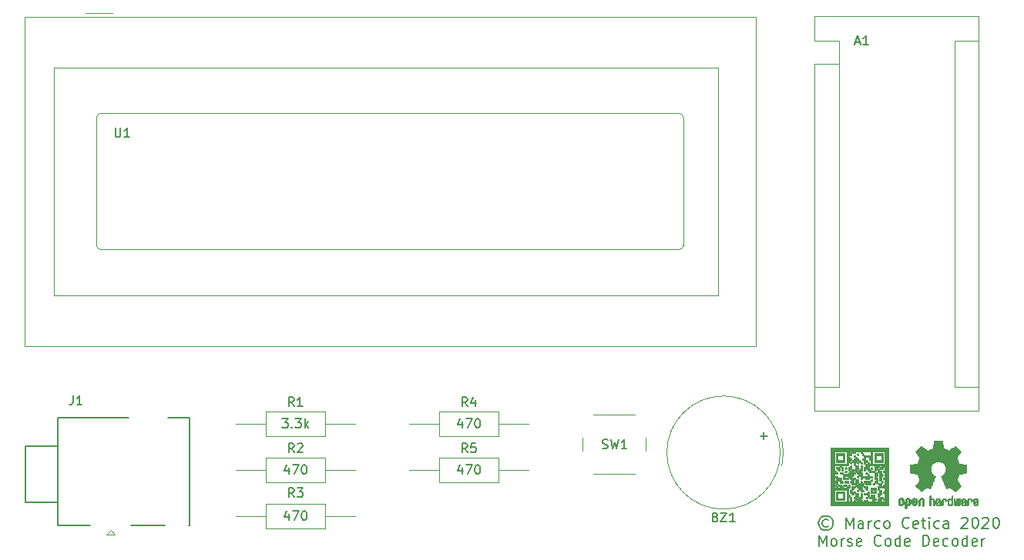
<source format=gbr>
%TF.GenerationSoftware,KiCad,Pcbnew,5.1.6*%
%TF.CreationDate,2020-06-14T13:39:51+02:00*%
%TF.ProjectId,pcb,7063622e-6b69-4636-9164-5f7063625858,rev?*%
%TF.SameCoordinates,Original*%
%TF.FileFunction,Legend,Top*%
%TF.FilePolarity,Positive*%
%FSLAX46Y46*%
G04 Gerber Fmt 4.6, Leading zero omitted, Abs format (unit mm)*
G04 Created by KiCad (PCBNEW 5.1.6) date 2020-06-14 13:39:51*
%MOMM*%
%LPD*%
G01*
G04 APERTURE LIST*
%ADD10C,0.150000*%
%ADD11C,0.010000*%
%ADD12C,0.120000*%
G04 APERTURE END LIST*
D10*
X161544047Y-120721428D02*
X162305952Y-120721428D01*
X161925000Y-121102380D02*
X161925000Y-120340476D01*
X168994642Y-129971571D02*
X168880357Y-129914428D01*
X168651785Y-129914428D01*
X168537500Y-129971571D01*
X168423214Y-130085857D01*
X168366071Y-130200142D01*
X168366071Y-130428714D01*
X168423214Y-130543000D01*
X168537500Y-130657285D01*
X168651785Y-130714428D01*
X168880357Y-130714428D01*
X168994642Y-130657285D01*
X168766071Y-129514428D02*
X168480357Y-129571571D01*
X168194642Y-129743000D01*
X168023214Y-130028714D01*
X167966071Y-130314428D01*
X168023214Y-130600142D01*
X168194642Y-130885857D01*
X168480357Y-131057285D01*
X168766071Y-131114428D01*
X169051785Y-131057285D01*
X169337500Y-130885857D01*
X169508928Y-130600142D01*
X169566071Y-130314428D01*
X169508928Y-130028714D01*
X169337500Y-129743000D01*
X169051785Y-129571571D01*
X168766071Y-129514428D01*
X170994642Y-130885857D02*
X170994642Y-129685857D01*
X171394642Y-130543000D01*
X171794642Y-129685857D01*
X171794642Y-130885857D01*
X172880357Y-130885857D02*
X172880357Y-130257285D01*
X172823214Y-130143000D01*
X172708928Y-130085857D01*
X172480357Y-130085857D01*
X172366071Y-130143000D01*
X172880357Y-130828714D02*
X172766071Y-130885857D01*
X172480357Y-130885857D01*
X172366071Y-130828714D01*
X172308928Y-130714428D01*
X172308928Y-130600142D01*
X172366071Y-130485857D01*
X172480357Y-130428714D01*
X172766071Y-130428714D01*
X172880357Y-130371571D01*
X173451785Y-130885857D02*
X173451785Y-130085857D01*
X173451785Y-130314428D02*
X173508928Y-130200142D01*
X173566071Y-130143000D01*
X173680357Y-130085857D01*
X173794642Y-130085857D01*
X174708928Y-130828714D02*
X174594642Y-130885857D01*
X174366071Y-130885857D01*
X174251785Y-130828714D01*
X174194642Y-130771571D01*
X174137500Y-130657285D01*
X174137500Y-130314428D01*
X174194642Y-130200142D01*
X174251785Y-130143000D01*
X174366071Y-130085857D01*
X174594642Y-130085857D01*
X174708928Y-130143000D01*
X175394642Y-130885857D02*
X175280357Y-130828714D01*
X175223214Y-130771571D01*
X175166071Y-130657285D01*
X175166071Y-130314428D01*
X175223214Y-130200142D01*
X175280357Y-130143000D01*
X175394642Y-130085857D01*
X175566071Y-130085857D01*
X175680357Y-130143000D01*
X175737500Y-130200142D01*
X175794642Y-130314428D01*
X175794642Y-130657285D01*
X175737500Y-130771571D01*
X175680357Y-130828714D01*
X175566071Y-130885857D01*
X175394642Y-130885857D01*
X177908928Y-130771571D02*
X177851785Y-130828714D01*
X177680357Y-130885857D01*
X177566071Y-130885857D01*
X177394642Y-130828714D01*
X177280357Y-130714428D01*
X177223214Y-130600142D01*
X177166071Y-130371571D01*
X177166071Y-130200142D01*
X177223214Y-129971571D01*
X177280357Y-129857285D01*
X177394642Y-129743000D01*
X177566071Y-129685857D01*
X177680357Y-129685857D01*
X177851785Y-129743000D01*
X177908928Y-129800142D01*
X178880357Y-130828714D02*
X178766071Y-130885857D01*
X178537500Y-130885857D01*
X178423214Y-130828714D01*
X178366071Y-130714428D01*
X178366071Y-130257285D01*
X178423214Y-130143000D01*
X178537500Y-130085857D01*
X178766071Y-130085857D01*
X178880357Y-130143000D01*
X178937500Y-130257285D01*
X178937500Y-130371571D01*
X178366071Y-130485857D01*
X179280357Y-130085857D02*
X179737500Y-130085857D01*
X179451785Y-129685857D02*
X179451785Y-130714428D01*
X179508928Y-130828714D01*
X179623214Y-130885857D01*
X179737500Y-130885857D01*
X180137500Y-130885857D02*
X180137500Y-130085857D01*
X180137500Y-129685857D02*
X180080357Y-129743000D01*
X180137500Y-129800142D01*
X180194642Y-129743000D01*
X180137500Y-129685857D01*
X180137500Y-129800142D01*
X181223214Y-130828714D02*
X181108928Y-130885857D01*
X180880357Y-130885857D01*
X180766071Y-130828714D01*
X180708928Y-130771571D01*
X180651785Y-130657285D01*
X180651785Y-130314428D01*
X180708928Y-130200142D01*
X180766071Y-130143000D01*
X180880357Y-130085857D01*
X181108928Y-130085857D01*
X181223214Y-130143000D01*
X182251785Y-130885857D02*
X182251785Y-130257285D01*
X182194642Y-130143000D01*
X182080357Y-130085857D01*
X181851785Y-130085857D01*
X181737500Y-130143000D01*
X182251785Y-130828714D02*
X182137500Y-130885857D01*
X181851785Y-130885857D01*
X181737500Y-130828714D01*
X181680357Y-130714428D01*
X181680357Y-130600142D01*
X181737500Y-130485857D01*
X181851785Y-130428714D01*
X182137500Y-130428714D01*
X182251785Y-130371571D01*
X183680357Y-129800142D02*
X183737500Y-129743000D01*
X183851785Y-129685857D01*
X184137500Y-129685857D01*
X184251785Y-129743000D01*
X184308928Y-129800142D01*
X184366071Y-129914428D01*
X184366071Y-130028714D01*
X184308928Y-130200142D01*
X183623214Y-130885857D01*
X184366071Y-130885857D01*
X185108928Y-129685857D02*
X185223214Y-129685857D01*
X185337500Y-129743000D01*
X185394642Y-129800142D01*
X185451785Y-129914428D01*
X185508928Y-130143000D01*
X185508928Y-130428714D01*
X185451785Y-130657285D01*
X185394642Y-130771571D01*
X185337500Y-130828714D01*
X185223214Y-130885857D01*
X185108928Y-130885857D01*
X184994642Y-130828714D01*
X184937500Y-130771571D01*
X184880357Y-130657285D01*
X184823214Y-130428714D01*
X184823214Y-130143000D01*
X184880357Y-129914428D01*
X184937500Y-129800142D01*
X184994642Y-129743000D01*
X185108928Y-129685857D01*
X185966071Y-129800142D02*
X186023214Y-129743000D01*
X186137500Y-129685857D01*
X186423214Y-129685857D01*
X186537500Y-129743000D01*
X186594642Y-129800142D01*
X186651785Y-129914428D01*
X186651785Y-130028714D01*
X186594642Y-130200142D01*
X185908928Y-130885857D01*
X186651785Y-130885857D01*
X187394642Y-129685857D02*
X187508928Y-129685857D01*
X187623214Y-129743000D01*
X187680357Y-129800142D01*
X187737500Y-129914428D01*
X187794642Y-130143000D01*
X187794642Y-130428714D01*
X187737500Y-130657285D01*
X187680357Y-130771571D01*
X187623214Y-130828714D01*
X187508928Y-130885857D01*
X187394642Y-130885857D01*
X187280357Y-130828714D01*
X187223214Y-130771571D01*
X187166071Y-130657285D01*
X187108928Y-130428714D01*
X187108928Y-130143000D01*
X187166071Y-129914428D01*
X187223214Y-129800142D01*
X187280357Y-129743000D01*
X187394642Y-129685857D01*
X168023214Y-132835857D02*
X168023214Y-131635857D01*
X168423214Y-132493000D01*
X168823214Y-131635857D01*
X168823214Y-132835857D01*
X169566071Y-132835857D02*
X169451785Y-132778714D01*
X169394642Y-132721571D01*
X169337500Y-132607285D01*
X169337500Y-132264428D01*
X169394642Y-132150142D01*
X169451785Y-132093000D01*
X169566071Y-132035857D01*
X169737500Y-132035857D01*
X169851785Y-132093000D01*
X169908928Y-132150142D01*
X169966071Y-132264428D01*
X169966071Y-132607285D01*
X169908928Y-132721571D01*
X169851785Y-132778714D01*
X169737500Y-132835857D01*
X169566071Y-132835857D01*
X170480357Y-132835857D02*
X170480357Y-132035857D01*
X170480357Y-132264428D02*
X170537500Y-132150142D01*
X170594642Y-132093000D01*
X170708928Y-132035857D01*
X170823214Y-132035857D01*
X171166071Y-132778714D02*
X171280357Y-132835857D01*
X171508928Y-132835857D01*
X171623214Y-132778714D01*
X171680357Y-132664428D01*
X171680357Y-132607285D01*
X171623214Y-132493000D01*
X171508928Y-132435857D01*
X171337500Y-132435857D01*
X171223214Y-132378714D01*
X171166071Y-132264428D01*
X171166071Y-132207285D01*
X171223214Y-132093000D01*
X171337500Y-132035857D01*
X171508928Y-132035857D01*
X171623214Y-132093000D01*
X172651785Y-132778714D02*
X172537500Y-132835857D01*
X172308928Y-132835857D01*
X172194642Y-132778714D01*
X172137500Y-132664428D01*
X172137500Y-132207285D01*
X172194642Y-132093000D01*
X172308928Y-132035857D01*
X172537500Y-132035857D01*
X172651785Y-132093000D01*
X172708928Y-132207285D01*
X172708928Y-132321571D01*
X172137500Y-132435857D01*
X174823214Y-132721571D02*
X174766071Y-132778714D01*
X174594642Y-132835857D01*
X174480357Y-132835857D01*
X174308928Y-132778714D01*
X174194642Y-132664428D01*
X174137500Y-132550142D01*
X174080357Y-132321571D01*
X174080357Y-132150142D01*
X174137500Y-131921571D01*
X174194642Y-131807285D01*
X174308928Y-131693000D01*
X174480357Y-131635857D01*
X174594642Y-131635857D01*
X174766071Y-131693000D01*
X174823214Y-131750142D01*
X175508928Y-132835857D02*
X175394642Y-132778714D01*
X175337500Y-132721571D01*
X175280357Y-132607285D01*
X175280357Y-132264428D01*
X175337500Y-132150142D01*
X175394642Y-132093000D01*
X175508928Y-132035857D01*
X175680357Y-132035857D01*
X175794642Y-132093000D01*
X175851785Y-132150142D01*
X175908928Y-132264428D01*
X175908928Y-132607285D01*
X175851785Y-132721571D01*
X175794642Y-132778714D01*
X175680357Y-132835857D01*
X175508928Y-132835857D01*
X176937500Y-132835857D02*
X176937500Y-131635857D01*
X176937500Y-132778714D02*
X176823214Y-132835857D01*
X176594642Y-132835857D01*
X176480357Y-132778714D01*
X176423214Y-132721571D01*
X176366071Y-132607285D01*
X176366071Y-132264428D01*
X176423214Y-132150142D01*
X176480357Y-132093000D01*
X176594642Y-132035857D01*
X176823214Y-132035857D01*
X176937500Y-132093000D01*
X177966071Y-132778714D02*
X177851785Y-132835857D01*
X177623214Y-132835857D01*
X177508928Y-132778714D01*
X177451785Y-132664428D01*
X177451785Y-132207285D01*
X177508928Y-132093000D01*
X177623214Y-132035857D01*
X177851785Y-132035857D01*
X177966071Y-132093000D01*
X178023214Y-132207285D01*
X178023214Y-132321571D01*
X177451785Y-132435857D01*
X179451785Y-132835857D02*
X179451785Y-131635857D01*
X179737500Y-131635857D01*
X179908928Y-131693000D01*
X180023214Y-131807285D01*
X180080357Y-131921571D01*
X180137500Y-132150142D01*
X180137500Y-132321571D01*
X180080357Y-132550142D01*
X180023214Y-132664428D01*
X179908928Y-132778714D01*
X179737500Y-132835857D01*
X179451785Y-132835857D01*
X181108928Y-132778714D02*
X180994642Y-132835857D01*
X180766071Y-132835857D01*
X180651785Y-132778714D01*
X180594642Y-132664428D01*
X180594642Y-132207285D01*
X180651785Y-132093000D01*
X180766071Y-132035857D01*
X180994642Y-132035857D01*
X181108928Y-132093000D01*
X181166071Y-132207285D01*
X181166071Y-132321571D01*
X180594642Y-132435857D01*
X182194642Y-132778714D02*
X182080357Y-132835857D01*
X181851785Y-132835857D01*
X181737500Y-132778714D01*
X181680357Y-132721571D01*
X181623214Y-132607285D01*
X181623214Y-132264428D01*
X181680357Y-132150142D01*
X181737500Y-132093000D01*
X181851785Y-132035857D01*
X182080357Y-132035857D01*
X182194642Y-132093000D01*
X182880357Y-132835857D02*
X182766071Y-132778714D01*
X182708928Y-132721571D01*
X182651785Y-132607285D01*
X182651785Y-132264428D01*
X182708928Y-132150142D01*
X182766071Y-132093000D01*
X182880357Y-132035857D01*
X183051785Y-132035857D01*
X183166071Y-132093000D01*
X183223214Y-132150142D01*
X183280357Y-132264428D01*
X183280357Y-132607285D01*
X183223214Y-132721571D01*
X183166071Y-132778714D01*
X183051785Y-132835857D01*
X182880357Y-132835857D01*
X184308928Y-132835857D02*
X184308928Y-131635857D01*
X184308928Y-132778714D02*
X184194642Y-132835857D01*
X183966071Y-132835857D01*
X183851785Y-132778714D01*
X183794642Y-132721571D01*
X183737500Y-132607285D01*
X183737500Y-132264428D01*
X183794642Y-132150142D01*
X183851785Y-132093000D01*
X183966071Y-132035857D01*
X184194642Y-132035857D01*
X184308928Y-132093000D01*
X185337500Y-132778714D02*
X185223214Y-132835857D01*
X184994642Y-132835857D01*
X184880357Y-132778714D01*
X184823214Y-132664428D01*
X184823214Y-132207285D01*
X184880357Y-132093000D01*
X184994642Y-132035857D01*
X185223214Y-132035857D01*
X185337500Y-132093000D01*
X185394642Y-132207285D01*
X185394642Y-132321571D01*
X184823214Y-132435857D01*
X185908928Y-132835857D02*
X185908928Y-132035857D01*
X185908928Y-132264428D02*
X185966071Y-132150142D01*
X186023214Y-132093000D01*
X186137500Y-132035857D01*
X186251785Y-132035857D01*
X128778095Y-124245714D02*
X128778095Y-124912380D01*
X128540000Y-123864761D02*
X128301904Y-124579047D01*
X128920952Y-124579047D01*
X129206666Y-123912380D02*
X129873333Y-123912380D01*
X129444761Y-124912380D01*
X130444761Y-123912380D02*
X130540000Y-123912380D01*
X130635238Y-123960000D01*
X130682857Y-124007619D01*
X130730476Y-124102857D01*
X130778095Y-124293333D01*
X130778095Y-124531428D01*
X130730476Y-124721904D01*
X130682857Y-124817142D01*
X130635238Y-124864761D01*
X130540000Y-124912380D01*
X130444761Y-124912380D01*
X130349523Y-124864761D01*
X130301904Y-124817142D01*
X130254285Y-124721904D01*
X130206666Y-124531428D01*
X130206666Y-124293333D01*
X130254285Y-124102857D01*
X130301904Y-124007619D01*
X130349523Y-123960000D01*
X130444761Y-123912380D01*
X128778095Y-119165714D02*
X128778095Y-119832380D01*
X128540000Y-118784761D02*
X128301904Y-119499047D01*
X128920952Y-119499047D01*
X129206666Y-118832380D02*
X129873333Y-118832380D01*
X129444761Y-119832380D01*
X130444761Y-118832380D02*
X130540000Y-118832380D01*
X130635238Y-118880000D01*
X130682857Y-118927619D01*
X130730476Y-119022857D01*
X130778095Y-119213333D01*
X130778095Y-119451428D01*
X130730476Y-119641904D01*
X130682857Y-119737142D01*
X130635238Y-119784761D01*
X130540000Y-119832380D01*
X130444761Y-119832380D01*
X130349523Y-119784761D01*
X130301904Y-119737142D01*
X130254285Y-119641904D01*
X130206666Y-119451428D01*
X130206666Y-119213333D01*
X130254285Y-119022857D01*
X130301904Y-118927619D01*
X130349523Y-118880000D01*
X130444761Y-118832380D01*
X109728095Y-129325714D02*
X109728095Y-129992380D01*
X109490000Y-128944761D02*
X109251904Y-129659047D01*
X109870952Y-129659047D01*
X110156666Y-128992380D02*
X110823333Y-128992380D01*
X110394761Y-129992380D01*
X111394761Y-128992380D02*
X111490000Y-128992380D01*
X111585238Y-129040000D01*
X111632857Y-129087619D01*
X111680476Y-129182857D01*
X111728095Y-129373333D01*
X111728095Y-129611428D01*
X111680476Y-129801904D01*
X111632857Y-129897142D01*
X111585238Y-129944761D01*
X111490000Y-129992380D01*
X111394761Y-129992380D01*
X111299523Y-129944761D01*
X111251904Y-129897142D01*
X111204285Y-129801904D01*
X111156666Y-129611428D01*
X111156666Y-129373333D01*
X111204285Y-129182857D01*
X111251904Y-129087619D01*
X111299523Y-129040000D01*
X111394761Y-128992380D01*
X109728095Y-124245714D02*
X109728095Y-124912380D01*
X109490000Y-123864761D02*
X109251904Y-124579047D01*
X109870952Y-124579047D01*
X110156666Y-123912380D02*
X110823333Y-123912380D01*
X110394761Y-124912380D01*
X111394761Y-123912380D02*
X111490000Y-123912380D01*
X111585238Y-123960000D01*
X111632857Y-124007619D01*
X111680476Y-124102857D01*
X111728095Y-124293333D01*
X111728095Y-124531428D01*
X111680476Y-124721904D01*
X111632857Y-124817142D01*
X111585238Y-124864761D01*
X111490000Y-124912380D01*
X111394761Y-124912380D01*
X111299523Y-124864761D01*
X111251904Y-124817142D01*
X111204285Y-124721904D01*
X111156666Y-124531428D01*
X111156666Y-124293333D01*
X111204285Y-124102857D01*
X111251904Y-124007619D01*
X111299523Y-123960000D01*
X111394761Y-123912380D01*
X109037619Y-118832380D02*
X109656666Y-118832380D01*
X109323333Y-119213333D01*
X109466190Y-119213333D01*
X109561428Y-119260952D01*
X109609047Y-119308571D01*
X109656666Y-119403809D01*
X109656666Y-119641904D01*
X109609047Y-119737142D01*
X109561428Y-119784761D01*
X109466190Y-119832380D01*
X109180476Y-119832380D01*
X109085238Y-119784761D01*
X109037619Y-119737142D01*
X110085238Y-119737142D02*
X110132857Y-119784761D01*
X110085238Y-119832380D01*
X110037619Y-119784761D01*
X110085238Y-119737142D01*
X110085238Y-119832380D01*
X110466190Y-118832380D02*
X111085238Y-118832380D01*
X110751904Y-119213333D01*
X110894761Y-119213333D01*
X110990000Y-119260952D01*
X111037619Y-119308571D01*
X111085238Y-119403809D01*
X111085238Y-119641904D01*
X111037619Y-119737142D01*
X110990000Y-119784761D01*
X110894761Y-119832380D01*
X110609047Y-119832380D01*
X110513809Y-119784761D01*
X110466190Y-119737142D01*
X111513809Y-119832380D02*
X111513809Y-118832380D01*
X111609047Y-119451428D02*
X111894761Y-119832380D01*
X111894761Y-119165714D02*
X111513809Y-119546666D01*
D11*
%TO.C,REF\u002A\u002A*%
G36*
X181241878Y-121255776D02*
G01*
X181347612Y-121256355D01*
X181424132Y-121257922D01*
X181476372Y-121260972D01*
X181509263Y-121265996D01*
X181527737Y-121273489D01*
X181536727Y-121283944D01*
X181541163Y-121297853D01*
X181541594Y-121299654D01*
X181548333Y-121332145D01*
X181560808Y-121396252D01*
X181577719Y-121485151D01*
X181597771Y-121592019D01*
X181619664Y-121710033D01*
X181620429Y-121714178D01*
X181642359Y-121829831D01*
X181662877Y-121932014D01*
X181680659Y-122014598D01*
X181694381Y-122071456D01*
X181702718Y-122096458D01*
X181703116Y-122096901D01*
X181727677Y-122109110D01*
X181778315Y-122129456D01*
X181844095Y-122153545D01*
X181844461Y-122153674D01*
X181927317Y-122184818D01*
X182025000Y-122224491D01*
X182117077Y-122264381D01*
X182121434Y-122266353D01*
X182271407Y-122334420D01*
X182603498Y-122107639D01*
X182705374Y-122038504D01*
X182797657Y-121976697D01*
X182875003Y-121925733D01*
X182932064Y-121889127D01*
X182963495Y-121870394D01*
X182966479Y-121869004D01*
X182989321Y-121875190D01*
X183031982Y-121905035D01*
X183096128Y-121959947D01*
X183183421Y-122041334D01*
X183272535Y-122127922D01*
X183358441Y-122213247D01*
X183435327Y-122291108D01*
X183498564Y-122356697D01*
X183543523Y-122405205D01*
X183565576Y-122431825D01*
X183566396Y-122433195D01*
X183568834Y-122451463D01*
X183559650Y-122481295D01*
X183536574Y-122526721D01*
X183497337Y-122591770D01*
X183439670Y-122680470D01*
X183362795Y-122794657D01*
X183294570Y-122895162D01*
X183233582Y-122985303D01*
X183183356Y-123059849D01*
X183147416Y-123113565D01*
X183129287Y-123141218D01*
X183128146Y-123143095D01*
X183130359Y-123169590D01*
X183147138Y-123221086D01*
X183175142Y-123287851D01*
X183185122Y-123309172D01*
X183228672Y-123404159D01*
X183275134Y-123511937D01*
X183312877Y-123605192D01*
X183340073Y-123674406D01*
X183361675Y-123727006D01*
X183374158Y-123754497D01*
X183375709Y-123756616D01*
X183398668Y-123760124D01*
X183452786Y-123769738D01*
X183530868Y-123784089D01*
X183625719Y-123801807D01*
X183730143Y-123821525D01*
X183836944Y-123841874D01*
X183938926Y-123861486D01*
X184028894Y-123878991D01*
X184099653Y-123893022D01*
X184144006Y-123902209D01*
X184154885Y-123904807D01*
X184166122Y-123911218D01*
X184174605Y-123925697D01*
X184180714Y-123953133D01*
X184184832Y-123998411D01*
X184187341Y-124066420D01*
X184188621Y-124162047D01*
X184189054Y-124290180D01*
X184189077Y-124342701D01*
X184189077Y-124769845D01*
X184086500Y-124790091D01*
X184029431Y-124801070D01*
X183944269Y-124817095D01*
X183841372Y-124836233D01*
X183731096Y-124856551D01*
X183700615Y-124862132D01*
X183598855Y-124881917D01*
X183510205Y-124901373D01*
X183442108Y-124918697D01*
X183402004Y-124932088D01*
X183395323Y-124936079D01*
X183378919Y-124964342D01*
X183355399Y-125019109D01*
X183329316Y-125089588D01*
X183324142Y-125104769D01*
X183289956Y-125198896D01*
X183247523Y-125305101D01*
X183205997Y-125400473D01*
X183205792Y-125400916D01*
X183136640Y-125550525D01*
X183591512Y-126219617D01*
X183299500Y-126512116D01*
X183211180Y-126599170D01*
X183130625Y-126675909D01*
X183062360Y-126738237D01*
X183010908Y-126782056D01*
X182980794Y-126803270D01*
X182976474Y-126804616D01*
X182951111Y-126794016D01*
X182899358Y-126764547D01*
X182826868Y-126719705D01*
X182739294Y-126662984D01*
X182644612Y-126599462D01*
X182548516Y-126534668D01*
X182462837Y-126478287D01*
X182393016Y-126433788D01*
X182344494Y-126404639D01*
X182322782Y-126394308D01*
X182296293Y-126403050D01*
X182246062Y-126426087D01*
X182182451Y-126458631D01*
X182175708Y-126462249D01*
X182090046Y-126505210D01*
X182031306Y-126526279D01*
X181994772Y-126526503D01*
X181975731Y-126506928D01*
X181975620Y-126506654D01*
X181966102Y-126483472D01*
X181943403Y-126428441D01*
X181909282Y-126345822D01*
X181865500Y-126239872D01*
X181813816Y-126114852D01*
X181755992Y-125975020D01*
X181699991Y-125839637D01*
X181638447Y-125690234D01*
X181581939Y-125551832D01*
X181532161Y-125428673D01*
X181490806Y-125325002D01*
X181459568Y-125245059D01*
X181440141Y-125193088D01*
X181434154Y-125173692D01*
X181449168Y-125151443D01*
X181488439Y-125115982D01*
X181540807Y-125076887D01*
X181689941Y-124953245D01*
X181806511Y-124811522D01*
X181889118Y-124654704D01*
X181936366Y-124485775D01*
X181946857Y-124307722D01*
X181939231Y-124225539D01*
X181897682Y-124055031D01*
X181826123Y-123904459D01*
X181728995Y-123775309D01*
X181610734Y-123669064D01*
X181475780Y-123587210D01*
X181328571Y-123531232D01*
X181173544Y-123502615D01*
X181015139Y-123502844D01*
X180857794Y-123533405D01*
X180705946Y-123595782D01*
X180564035Y-123691460D01*
X180504803Y-123745572D01*
X180391203Y-123884520D01*
X180312106Y-124036361D01*
X180266986Y-124196667D01*
X180255316Y-124361012D01*
X180276569Y-124524971D01*
X180330220Y-124684118D01*
X180415740Y-124834025D01*
X180532605Y-124970267D01*
X180663193Y-125076887D01*
X180717588Y-125117642D01*
X180756014Y-125152718D01*
X180769846Y-125173726D01*
X180762603Y-125196635D01*
X180742005Y-125251365D01*
X180709746Y-125333672D01*
X180667521Y-125439315D01*
X180617023Y-125564050D01*
X180559948Y-125703636D01*
X180503854Y-125839670D01*
X180441967Y-125989201D01*
X180384644Y-126127767D01*
X180333644Y-126251107D01*
X180290727Y-126354964D01*
X180257653Y-126435080D01*
X180236181Y-126487195D01*
X180228225Y-126506654D01*
X180209429Y-126526423D01*
X180173074Y-126526365D01*
X180114479Y-126505441D01*
X180028968Y-126462613D01*
X180028292Y-126462249D01*
X179963907Y-126429012D01*
X179911861Y-126404802D01*
X179882512Y-126394404D01*
X179881217Y-126394308D01*
X179859124Y-126404855D01*
X179810348Y-126434184D01*
X179740331Y-126478827D01*
X179654514Y-126535314D01*
X179559388Y-126599462D01*
X179462540Y-126664411D01*
X179375253Y-126720896D01*
X179303181Y-126765421D01*
X179251977Y-126794490D01*
X179227526Y-126804616D01*
X179205010Y-126791307D01*
X179159742Y-126754112D01*
X179096244Y-126697128D01*
X179019039Y-126624449D01*
X178932651Y-126540171D01*
X178904399Y-126512016D01*
X178612287Y-126219416D01*
X178834631Y-125893104D01*
X178902202Y-125792897D01*
X178961507Y-125702963D01*
X179009217Y-125628510D01*
X179042007Y-125574751D01*
X179056548Y-125546894D01*
X179056974Y-125544912D01*
X179049308Y-125518655D01*
X179028689Y-125465837D01*
X178998685Y-125395310D01*
X178977625Y-125348093D01*
X178938248Y-125257694D01*
X178901165Y-125166366D01*
X178872415Y-125089200D01*
X178864605Y-125065692D01*
X178842417Y-125002916D01*
X178820727Y-124954411D01*
X178808813Y-124936079D01*
X178782523Y-124924859D01*
X178725142Y-124908954D01*
X178644118Y-124890167D01*
X178546895Y-124870299D01*
X178503385Y-124862132D01*
X178392896Y-124841829D01*
X178286916Y-124822170D01*
X178195801Y-124805088D01*
X178129908Y-124792518D01*
X178117500Y-124790091D01*
X178014923Y-124769845D01*
X178014923Y-124342701D01*
X178015153Y-124202246D01*
X178016099Y-124095979D01*
X178018141Y-124019013D01*
X178021662Y-123966460D01*
X178027043Y-123933433D01*
X178034666Y-123915045D01*
X178044912Y-123906408D01*
X178049115Y-123904807D01*
X178074470Y-123899127D01*
X178130484Y-123887795D01*
X178209964Y-123872179D01*
X178305712Y-123853647D01*
X178410533Y-123833569D01*
X178517232Y-123813312D01*
X178618613Y-123794246D01*
X178707479Y-123777739D01*
X178776637Y-123765159D01*
X178818889Y-123757875D01*
X178828290Y-123756616D01*
X178836807Y-123739763D01*
X178855660Y-123694870D01*
X178881324Y-123630430D01*
X178891123Y-123605192D01*
X178930648Y-123507686D01*
X178977192Y-123399959D01*
X179018877Y-123309172D01*
X179049550Y-123239753D01*
X179069956Y-123182710D01*
X179076768Y-123147777D01*
X179075682Y-123143095D01*
X179061285Y-123120991D01*
X179028412Y-123071831D01*
X178980590Y-123000848D01*
X178921348Y-122913278D01*
X178854215Y-122814357D01*
X178840941Y-122794830D01*
X178763046Y-122679140D01*
X178705787Y-122591044D01*
X178666881Y-122526486D01*
X178644044Y-122481411D01*
X178634994Y-122451763D01*
X178637448Y-122433485D01*
X178637511Y-122433369D01*
X178656827Y-122409361D01*
X178699551Y-122362947D01*
X178761051Y-122298937D01*
X178836698Y-122222145D01*
X178921861Y-122137382D01*
X178931465Y-122127922D01*
X179038790Y-122023989D01*
X179121615Y-121947675D01*
X179181605Y-121897571D01*
X179220423Y-121872270D01*
X179237520Y-121869004D01*
X179262473Y-121883250D01*
X179314255Y-121916156D01*
X179387520Y-121964208D01*
X179476920Y-122023890D01*
X179577111Y-122091688D01*
X179600501Y-122107639D01*
X179932593Y-122334420D01*
X180082565Y-122266353D01*
X180173770Y-122226685D01*
X180271669Y-122186791D01*
X180355831Y-122154983D01*
X180359538Y-122153674D01*
X180425369Y-122129576D01*
X180476116Y-122109200D01*
X180500842Y-122096936D01*
X180500884Y-122096901D01*
X180508729Y-122074734D01*
X180522066Y-122020217D01*
X180539570Y-121939480D01*
X180559917Y-121838650D01*
X180581782Y-121723856D01*
X180583571Y-121714178D01*
X180605504Y-121595904D01*
X180625640Y-121488542D01*
X180642680Y-121398917D01*
X180655328Y-121333851D01*
X180662284Y-121300168D01*
X180662406Y-121299654D01*
X180666639Y-121285325D01*
X180674871Y-121274507D01*
X180692033Y-121266706D01*
X180723058Y-121261429D01*
X180772878Y-121258182D01*
X180846424Y-121256472D01*
X180948629Y-121255807D01*
X181084425Y-121255693D01*
X181102000Y-121255692D01*
X181241878Y-121255776D01*
G37*
X181241878Y-121255776D02*
X181347612Y-121256355D01*
X181424132Y-121257922D01*
X181476372Y-121260972D01*
X181509263Y-121265996D01*
X181527737Y-121273489D01*
X181536727Y-121283944D01*
X181541163Y-121297853D01*
X181541594Y-121299654D01*
X181548333Y-121332145D01*
X181560808Y-121396252D01*
X181577719Y-121485151D01*
X181597771Y-121592019D01*
X181619664Y-121710033D01*
X181620429Y-121714178D01*
X181642359Y-121829831D01*
X181662877Y-121932014D01*
X181680659Y-122014598D01*
X181694381Y-122071456D01*
X181702718Y-122096458D01*
X181703116Y-122096901D01*
X181727677Y-122109110D01*
X181778315Y-122129456D01*
X181844095Y-122153545D01*
X181844461Y-122153674D01*
X181927317Y-122184818D01*
X182025000Y-122224491D01*
X182117077Y-122264381D01*
X182121434Y-122266353D01*
X182271407Y-122334420D01*
X182603498Y-122107639D01*
X182705374Y-122038504D01*
X182797657Y-121976697D01*
X182875003Y-121925733D01*
X182932064Y-121889127D01*
X182963495Y-121870394D01*
X182966479Y-121869004D01*
X182989321Y-121875190D01*
X183031982Y-121905035D01*
X183096128Y-121959947D01*
X183183421Y-122041334D01*
X183272535Y-122127922D01*
X183358441Y-122213247D01*
X183435327Y-122291108D01*
X183498564Y-122356697D01*
X183543523Y-122405205D01*
X183565576Y-122431825D01*
X183566396Y-122433195D01*
X183568834Y-122451463D01*
X183559650Y-122481295D01*
X183536574Y-122526721D01*
X183497337Y-122591770D01*
X183439670Y-122680470D01*
X183362795Y-122794657D01*
X183294570Y-122895162D01*
X183233582Y-122985303D01*
X183183356Y-123059849D01*
X183147416Y-123113565D01*
X183129287Y-123141218D01*
X183128146Y-123143095D01*
X183130359Y-123169590D01*
X183147138Y-123221086D01*
X183175142Y-123287851D01*
X183185122Y-123309172D01*
X183228672Y-123404159D01*
X183275134Y-123511937D01*
X183312877Y-123605192D01*
X183340073Y-123674406D01*
X183361675Y-123727006D01*
X183374158Y-123754497D01*
X183375709Y-123756616D01*
X183398668Y-123760124D01*
X183452786Y-123769738D01*
X183530868Y-123784089D01*
X183625719Y-123801807D01*
X183730143Y-123821525D01*
X183836944Y-123841874D01*
X183938926Y-123861486D01*
X184028894Y-123878991D01*
X184099653Y-123893022D01*
X184144006Y-123902209D01*
X184154885Y-123904807D01*
X184166122Y-123911218D01*
X184174605Y-123925697D01*
X184180714Y-123953133D01*
X184184832Y-123998411D01*
X184187341Y-124066420D01*
X184188621Y-124162047D01*
X184189054Y-124290180D01*
X184189077Y-124342701D01*
X184189077Y-124769845D01*
X184086500Y-124790091D01*
X184029431Y-124801070D01*
X183944269Y-124817095D01*
X183841372Y-124836233D01*
X183731096Y-124856551D01*
X183700615Y-124862132D01*
X183598855Y-124881917D01*
X183510205Y-124901373D01*
X183442108Y-124918697D01*
X183402004Y-124932088D01*
X183395323Y-124936079D01*
X183378919Y-124964342D01*
X183355399Y-125019109D01*
X183329316Y-125089588D01*
X183324142Y-125104769D01*
X183289956Y-125198896D01*
X183247523Y-125305101D01*
X183205997Y-125400473D01*
X183205792Y-125400916D01*
X183136640Y-125550525D01*
X183591512Y-126219617D01*
X183299500Y-126512116D01*
X183211180Y-126599170D01*
X183130625Y-126675909D01*
X183062360Y-126738237D01*
X183010908Y-126782056D01*
X182980794Y-126803270D01*
X182976474Y-126804616D01*
X182951111Y-126794016D01*
X182899358Y-126764547D01*
X182826868Y-126719705D01*
X182739294Y-126662984D01*
X182644612Y-126599462D01*
X182548516Y-126534668D01*
X182462837Y-126478287D01*
X182393016Y-126433788D01*
X182344494Y-126404639D01*
X182322782Y-126394308D01*
X182296293Y-126403050D01*
X182246062Y-126426087D01*
X182182451Y-126458631D01*
X182175708Y-126462249D01*
X182090046Y-126505210D01*
X182031306Y-126526279D01*
X181994772Y-126526503D01*
X181975731Y-126506928D01*
X181975620Y-126506654D01*
X181966102Y-126483472D01*
X181943403Y-126428441D01*
X181909282Y-126345822D01*
X181865500Y-126239872D01*
X181813816Y-126114852D01*
X181755992Y-125975020D01*
X181699991Y-125839637D01*
X181638447Y-125690234D01*
X181581939Y-125551832D01*
X181532161Y-125428673D01*
X181490806Y-125325002D01*
X181459568Y-125245059D01*
X181440141Y-125193088D01*
X181434154Y-125173692D01*
X181449168Y-125151443D01*
X181488439Y-125115982D01*
X181540807Y-125076887D01*
X181689941Y-124953245D01*
X181806511Y-124811522D01*
X181889118Y-124654704D01*
X181936366Y-124485775D01*
X181946857Y-124307722D01*
X181939231Y-124225539D01*
X181897682Y-124055031D01*
X181826123Y-123904459D01*
X181728995Y-123775309D01*
X181610734Y-123669064D01*
X181475780Y-123587210D01*
X181328571Y-123531232D01*
X181173544Y-123502615D01*
X181015139Y-123502844D01*
X180857794Y-123533405D01*
X180705946Y-123595782D01*
X180564035Y-123691460D01*
X180504803Y-123745572D01*
X180391203Y-123884520D01*
X180312106Y-124036361D01*
X180266986Y-124196667D01*
X180255316Y-124361012D01*
X180276569Y-124524971D01*
X180330220Y-124684118D01*
X180415740Y-124834025D01*
X180532605Y-124970267D01*
X180663193Y-125076887D01*
X180717588Y-125117642D01*
X180756014Y-125152718D01*
X180769846Y-125173726D01*
X180762603Y-125196635D01*
X180742005Y-125251365D01*
X180709746Y-125333672D01*
X180667521Y-125439315D01*
X180617023Y-125564050D01*
X180559948Y-125703636D01*
X180503854Y-125839670D01*
X180441967Y-125989201D01*
X180384644Y-126127767D01*
X180333644Y-126251107D01*
X180290727Y-126354964D01*
X180257653Y-126435080D01*
X180236181Y-126487195D01*
X180228225Y-126506654D01*
X180209429Y-126526423D01*
X180173074Y-126526365D01*
X180114479Y-126505441D01*
X180028968Y-126462613D01*
X180028292Y-126462249D01*
X179963907Y-126429012D01*
X179911861Y-126404802D01*
X179882512Y-126394404D01*
X179881217Y-126394308D01*
X179859124Y-126404855D01*
X179810348Y-126434184D01*
X179740331Y-126478827D01*
X179654514Y-126535314D01*
X179559388Y-126599462D01*
X179462540Y-126664411D01*
X179375253Y-126720896D01*
X179303181Y-126765421D01*
X179251977Y-126794490D01*
X179227526Y-126804616D01*
X179205010Y-126791307D01*
X179159742Y-126754112D01*
X179096244Y-126697128D01*
X179019039Y-126624449D01*
X178932651Y-126540171D01*
X178904399Y-126512016D01*
X178612287Y-126219416D01*
X178834631Y-125893104D01*
X178902202Y-125792897D01*
X178961507Y-125702963D01*
X179009217Y-125628510D01*
X179042007Y-125574751D01*
X179056548Y-125546894D01*
X179056974Y-125544912D01*
X179049308Y-125518655D01*
X179028689Y-125465837D01*
X178998685Y-125395310D01*
X178977625Y-125348093D01*
X178938248Y-125257694D01*
X178901165Y-125166366D01*
X178872415Y-125089200D01*
X178864605Y-125065692D01*
X178842417Y-125002916D01*
X178820727Y-124954411D01*
X178808813Y-124936079D01*
X178782523Y-124924859D01*
X178725142Y-124908954D01*
X178644118Y-124890167D01*
X178546895Y-124870299D01*
X178503385Y-124862132D01*
X178392896Y-124841829D01*
X178286916Y-124822170D01*
X178195801Y-124805088D01*
X178129908Y-124792518D01*
X178117500Y-124790091D01*
X178014923Y-124769845D01*
X178014923Y-124342701D01*
X178015153Y-124202246D01*
X178016099Y-124095979D01*
X178018141Y-124019013D01*
X178021662Y-123966460D01*
X178027043Y-123933433D01*
X178034666Y-123915045D01*
X178044912Y-123906408D01*
X178049115Y-123904807D01*
X178074470Y-123899127D01*
X178130484Y-123887795D01*
X178209964Y-123872179D01*
X178305712Y-123853647D01*
X178410533Y-123833569D01*
X178517232Y-123813312D01*
X178618613Y-123794246D01*
X178707479Y-123777739D01*
X178776637Y-123765159D01*
X178818889Y-123757875D01*
X178828290Y-123756616D01*
X178836807Y-123739763D01*
X178855660Y-123694870D01*
X178881324Y-123630430D01*
X178891123Y-123605192D01*
X178930648Y-123507686D01*
X178977192Y-123399959D01*
X179018877Y-123309172D01*
X179049550Y-123239753D01*
X179069956Y-123182710D01*
X179076768Y-123147777D01*
X179075682Y-123143095D01*
X179061285Y-123120991D01*
X179028412Y-123071831D01*
X178980590Y-123000848D01*
X178921348Y-122913278D01*
X178854215Y-122814357D01*
X178840941Y-122794830D01*
X178763046Y-122679140D01*
X178705787Y-122591044D01*
X178666881Y-122526486D01*
X178644044Y-122481411D01*
X178634994Y-122451763D01*
X178637448Y-122433485D01*
X178637511Y-122433369D01*
X178656827Y-122409361D01*
X178699551Y-122362947D01*
X178761051Y-122298937D01*
X178836698Y-122222145D01*
X178921861Y-122137382D01*
X178931465Y-122127922D01*
X179038790Y-122023989D01*
X179121615Y-121947675D01*
X179181605Y-121897571D01*
X179220423Y-121872270D01*
X179237520Y-121869004D01*
X179262473Y-121883250D01*
X179314255Y-121916156D01*
X179387520Y-121964208D01*
X179476920Y-122023890D01*
X179577111Y-122091688D01*
X179600501Y-122107639D01*
X179932593Y-122334420D01*
X180082565Y-122266353D01*
X180173770Y-122226685D01*
X180271669Y-122186791D01*
X180355831Y-122154983D01*
X180359538Y-122153674D01*
X180425369Y-122129576D01*
X180476116Y-122109200D01*
X180500842Y-122096936D01*
X180500884Y-122096901D01*
X180508729Y-122074734D01*
X180522066Y-122020217D01*
X180539570Y-121939480D01*
X180559917Y-121838650D01*
X180581782Y-121723856D01*
X180583571Y-121714178D01*
X180605504Y-121595904D01*
X180625640Y-121488542D01*
X180642680Y-121398917D01*
X180655328Y-121333851D01*
X180662284Y-121300168D01*
X180662406Y-121299654D01*
X180666639Y-121285325D01*
X180674871Y-121274507D01*
X180692033Y-121266706D01*
X180723058Y-121261429D01*
X180772878Y-121258182D01*
X180846424Y-121256472D01*
X180948629Y-121255807D01*
X181084425Y-121255693D01*
X181102000Y-121255692D01*
X181241878Y-121255776D01*
G36*
X185347224Y-127615838D02*
G01*
X185424528Y-127666361D01*
X185461814Y-127711590D01*
X185491353Y-127793663D01*
X185493699Y-127858607D01*
X185488385Y-127945445D01*
X185288115Y-128033103D01*
X185190739Y-128077887D01*
X185127113Y-128113913D01*
X185094029Y-128145117D01*
X185088280Y-128175436D01*
X185106658Y-128208805D01*
X185126923Y-128230923D01*
X185185889Y-128266393D01*
X185250024Y-128268879D01*
X185308926Y-128241235D01*
X185352197Y-128186320D01*
X185359936Y-128166928D01*
X185397006Y-128106364D01*
X185439654Y-128080552D01*
X185498154Y-128058471D01*
X185498154Y-128142184D01*
X185492982Y-128199150D01*
X185472723Y-128247189D01*
X185430262Y-128302346D01*
X185423951Y-128309514D01*
X185376720Y-128358585D01*
X185336121Y-128384920D01*
X185285328Y-128397035D01*
X185243220Y-128401003D01*
X185167902Y-128401991D01*
X185114286Y-128389466D01*
X185080838Y-128370869D01*
X185028268Y-128329975D01*
X184991879Y-128285748D01*
X184968850Y-128230126D01*
X184956359Y-128155047D01*
X184951587Y-128052449D01*
X184951206Y-128000376D01*
X184952501Y-127937948D01*
X185070471Y-127937948D01*
X185071839Y-127971438D01*
X185075249Y-127976923D01*
X185097753Y-127969472D01*
X185146182Y-127949753D01*
X185210908Y-127921718D01*
X185224443Y-127915692D01*
X185306244Y-127874096D01*
X185351312Y-127837538D01*
X185361217Y-127803296D01*
X185337526Y-127768648D01*
X185317960Y-127753339D01*
X185247360Y-127722721D01*
X185181280Y-127727780D01*
X185125959Y-127765151D01*
X185087636Y-127831473D01*
X185075349Y-127884116D01*
X185070471Y-127937948D01*
X184952501Y-127937948D01*
X184953730Y-127878720D01*
X184963032Y-127788710D01*
X184981460Y-127723167D01*
X185011360Y-127674912D01*
X185055080Y-127636767D01*
X185074141Y-127624440D01*
X185160726Y-127592336D01*
X185255522Y-127590316D01*
X185347224Y-127615838D01*
G37*
X185347224Y-127615838D02*
X185424528Y-127666361D01*
X185461814Y-127711590D01*
X185491353Y-127793663D01*
X185493699Y-127858607D01*
X185488385Y-127945445D01*
X185288115Y-128033103D01*
X185190739Y-128077887D01*
X185127113Y-128113913D01*
X185094029Y-128145117D01*
X185088280Y-128175436D01*
X185106658Y-128208805D01*
X185126923Y-128230923D01*
X185185889Y-128266393D01*
X185250024Y-128268879D01*
X185308926Y-128241235D01*
X185352197Y-128186320D01*
X185359936Y-128166928D01*
X185397006Y-128106364D01*
X185439654Y-128080552D01*
X185498154Y-128058471D01*
X185498154Y-128142184D01*
X185492982Y-128199150D01*
X185472723Y-128247189D01*
X185430262Y-128302346D01*
X185423951Y-128309514D01*
X185376720Y-128358585D01*
X185336121Y-128384920D01*
X185285328Y-128397035D01*
X185243220Y-128401003D01*
X185167902Y-128401991D01*
X185114286Y-128389466D01*
X185080838Y-128370869D01*
X185028268Y-128329975D01*
X184991879Y-128285748D01*
X184968850Y-128230126D01*
X184956359Y-128155047D01*
X184951587Y-128052449D01*
X184951206Y-128000376D01*
X184952501Y-127937948D01*
X185070471Y-127937948D01*
X185071839Y-127971438D01*
X185075249Y-127976923D01*
X185097753Y-127969472D01*
X185146182Y-127949753D01*
X185210908Y-127921718D01*
X185224443Y-127915692D01*
X185306244Y-127874096D01*
X185351312Y-127837538D01*
X185361217Y-127803296D01*
X185337526Y-127768648D01*
X185317960Y-127753339D01*
X185247360Y-127722721D01*
X185181280Y-127727780D01*
X185125959Y-127765151D01*
X185087636Y-127831473D01*
X185075349Y-127884116D01*
X185070471Y-127937948D01*
X184952501Y-127937948D01*
X184953730Y-127878720D01*
X184963032Y-127788710D01*
X184981460Y-127723167D01*
X185011360Y-127674912D01*
X185055080Y-127636767D01*
X185074141Y-127624440D01*
X185160726Y-127592336D01*
X185255522Y-127590316D01*
X185347224Y-127615838D01*
G36*
X184672807Y-127604782D02*
G01*
X184696161Y-127614988D01*
X184751902Y-127659134D01*
X184799569Y-127722967D01*
X184829048Y-127791087D01*
X184833846Y-127824670D01*
X184817760Y-127871556D01*
X184782475Y-127896365D01*
X184744644Y-127911387D01*
X184727321Y-127914155D01*
X184718886Y-127894066D01*
X184702230Y-127850351D01*
X184694923Y-127830598D01*
X184653948Y-127762271D01*
X184594622Y-127728191D01*
X184518552Y-127729239D01*
X184512918Y-127730581D01*
X184472305Y-127749836D01*
X184442448Y-127787375D01*
X184422055Y-127847809D01*
X184409836Y-127935751D01*
X184404500Y-128055813D01*
X184404000Y-128119698D01*
X184403752Y-128220403D01*
X184402126Y-128289054D01*
X184397801Y-128332673D01*
X184389454Y-128358282D01*
X184375765Y-128372903D01*
X184355411Y-128383558D01*
X184354234Y-128384095D01*
X184315038Y-128400667D01*
X184295619Y-128406769D01*
X184292635Y-128388319D01*
X184290081Y-128337323D01*
X184288140Y-128260308D01*
X184286997Y-128163805D01*
X184286769Y-128093184D01*
X184287932Y-127956525D01*
X184292479Y-127852851D01*
X184301999Y-127776108D01*
X184318081Y-127720246D01*
X184342313Y-127679212D01*
X184376286Y-127646954D01*
X184409833Y-127624440D01*
X184490499Y-127594476D01*
X184584381Y-127587718D01*
X184672807Y-127604782D01*
G37*
X184672807Y-127604782D02*
X184696161Y-127614988D01*
X184751902Y-127659134D01*
X184799569Y-127722967D01*
X184829048Y-127791087D01*
X184833846Y-127824670D01*
X184817760Y-127871556D01*
X184782475Y-127896365D01*
X184744644Y-127911387D01*
X184727321Y-127914155D01*
X184718886Y-127894066D01*
X184702230Y-127850351D01*
X184694923Y-127830598D01*
X184653948Y-127762271D01*
X184594622Y-127728191D01*
X184518552Y-127729239D01*
X184512918Y-127730581D01*
X184472305Y-127749836D01*
X184442448Y-127787375D01*
X184422055Y-127847809D01*
X184409836Y-127935751D01*
X184404500Y-128055813D01*
X184404000Y-128119698D01*
X184403752Y-128220403D01*
X184402126Y-128289054D01*
X184397801Y-128332673D01*
X184389454Y-128358282D01*
X184375765Y-128372903D01*
X184355411Y-128383558D01*
X184354234Y-128384095D01*
X184315038Y-128400667D01*
X184295619Y-128406769D01*
X184292635Y-128388319D01*
X184290081Y-128337323D01*
X184288140Y-128260308D01*
X184286997Y-128163805D01*
X184286769Y-128093184D01*
X184287932Y-127956525D01*
X184292479Y-127852851D01*
X184301999Y-127776108D01*
X184318081Y-127720246D01*
X184342313Y-127679212D01*
X184376286Y-127646954D01*
X184409833Y-127624440D01*
X184490499Y-127594476D01*
X184584381Y-127587718D01*
X184672807Y-127604782D01*
G36*
X183989333Y-127601528D02*
G01*
X184045590Y-127627117D01*
X184089747Y-127658124D01*
X184122101Y-127692795D01*
X184144438Y-127737520D01*
X184158546Y-127798692D01*
X184166211Y-127882701D01*
X184169220Y-127995940D01*
X184169538Y-128070509D01*
X184169538Y-128361420D01*
X184119773Y-128384095D01*
X184080576Y-128400667D01*
X184061157Y-128406769D01*
X184057442Y-128388610D01*
X184054495Y-128339648D01*
X184052691Y-128268153D01*
X184052308Y-128211385D01*
X184050661Y-128129371D01*
X184046222Y-128064309D01*
X184039740Y-128024467D01*
X184034590Y-128016000D01*
X183999977Y-128024646D01*
X183945640Y-128046823D01*
X183882722Y-128076886D01*
X183822368Y-128109192D01*
X183775721Y-128138098D01*
X183753926Y-128157961D01*
X183753839Y-128158175D01*
X183755714Y-128194935D01*
X183772525Y-128230026D01*
X183802039Y-128258528D01*
X183845116Y-128268061D01*
X183881932Y-128266950D01*
X183934074Y-128266133D01*
X183961444Y-128278349D01*
X183977882Y-128310624D01*
X183979955Y-128316710D01*
X183987081Y-128362739D01*
X183968024Y-128390687D01*
X183918353Y-128404007D01*
X183864697Y-128406470D01*
X183768142Y-128388210D01*
X183718159Y-128362131D01*
X183656429Y-128300868D01*
X183623690Y-128225670D01*
X183620753Y-128146211D01*
X183648424Y-128072167D01*
X183690047Y-128025769D01*
X183731604Y-127999793D01*
X183796922Y-127966907D01*
X183873038Y-127933557D01*
X183885726Y-127928461D01*
X183969333Y-127891565D01*
X184017530Y-127859046D01*
X184033030Y-127826718D01*
X184018550Y-127790394D01*
X183993692Y-127762000D01*
X183934939Y-127727039D01*
X183870293Y-127724417D01*
X183811008Y-127751358D01*
X183768339Y-127805088D01*
X183762739Y-127818950D01*
X183730133Y-127869936D01*
X183682530Y-127907787D01*
X183622461Y-127938850D01*
X183622461Y-127850768D01*
X183625997Y-127796951D01*
X183641156Y-127754534D01*
X183674768Y-127709279D01*
X183707035Y-127674420D01*
X183757209Y-127625062D01*
X183796193Y-127598547D01*
X183838064Y-127587911D01*
X183885460Y-127586154D01*
X183989333Y-127601528D01*
G37*
X183989333Y-127601528D02*
X184045590Y-127627117D01*
X184089747Y-127658124D01*
X184122101Y-127692795D01*
X184144438Y-127737520D01*
X184158546Y-127798692D01*
X184166211Y-127882701D01*
X184169220Y-127995940D01*
X184169538Y-128070509D01*
X184169538Y-128361420D01*
X184119773Y-128384095D01*
X184080576Y-128400667D01*
X184061157Y-128406769D01*
X184057442Y-128388610D01*
X184054495Y-128339648D01*
X184052691Y-128268153D01*
X184052308Y-128211385D01*
X184050661Y-128129371D01*
X184046222Y-128064309D01*
X184039740Y-128024467D01*
X184034590Y-128016000D01*
X183999977Y-128024646D01*
X183945640Y-128046823D01*
X183882722Y-128076886D01*
X183822368Y-128109192D01*
X183775721Y-128138098D01*
X183753926Y-128157961D01*
X183753839Y-128158175D01*
X183755714Y-128194935D01*
X183772525Y-128230026D01*
X183802039Y-128258528D01*
X183845116Y-128268061D01*
X183881932Y-128266950D01*
X183934074Y-128266133D01*
X183961444Y-128278349D01*
X183977882Y-128310624D01*
X183979955Y-128316710D01*
X183987081Y-128362739D01*
X183968024Y-128390687D01*
X183918353Y-128404007D01*
X183864697Y-128406470D01*
X183768142Y-128388210D01*
X183718159Y-128362131D01*
X183656429Y-128300868D01*
X183623690Y-128225670D01*
X183620753Y-128146211D01*
X183648424Y-128072167D01*
X183690047Y-128025769D01*
X183731604Y-127999793D01*
X183796922Y-127966907D01*
X183873038Y-127933557D01*
X183885726Y-127928461D01*
X183969333Y-127891565D01*
X184017530Y-127859046D01*
X184033030Y-127826718D01*
X184018550Y-127790394D01*
X183993692Y-127762000D01*
X183934939Y-127727039D01*
X183870293Y-127724417D01*
X183811008Y-127751358D01*
X183768339Y-127805088D01*
X183762739Y-127818950D01*
X183730133Y-127869936D01*
X183682530Y-127907787D01*
X183622461Y-127938850D01*
X183622461Y-127850768D01*
X183625997Y-127796951D01*
X183641156Y-127754534D01*
X183674768Y-127709279D01*
X183707035Y-127674420D01*
X183757209Y-127625062D01*
X183796193Y-127598547D01*
X183838064Y-127587911D01*
X183885460Y-127586154D01*
X183989333Y-127601528D01*
G36*
X183497929Y-127604662D02*
G01*
X183500911Y-127656068D01*
X183503247Y-127734192D01*
X183504749Y-127832857D01*
X183505231Y-127936343D01*
X183505231Y-128286533D01*
X183443401Y-128348363D01*
X183400793Y-128386462D01*
X183363390Y-128401895D01*
X183312270Y-128400918D01*
X183291978Y-128398433D01*
X183228554Y-128391200D01*
X183176095Y-128387055D01*
X183163308Y-128386672D01*
X183120199Y-128389176D01*
X183058544Y-128395462D01*
X183034638Y-128398433D01*
X182975922Y-128403028D01*
X182936464Y-128393046D01*
X182897338Y-128362228D01*
X182883215Y-128348363D01*
X182821385Y-128286533D01*
X182821385Y-127631503D01*
X182871150Y-127608829D01*
X182914002Y-127592034D01*
X182939073Y-127586154D01*
X182945501Y-127604736D01*
X182951509Y-127656655D01*
X182956697Y-127736172D01*
X182960664Y-127837546D01*
X182962577Y-127923192D01*
X182967923Y-128260231D01*
X183014560Y-128266825D01*
X183056976Y-128262214D01*
X183077760Y-128247287D01*
X183083570Y-128219377D01*
X183088530Y-128159925D01*
X183092246Y-128076466D01*
X183094324Y-127976532D01*
X183094624Y-127925104D01*
X183094923Y-127629054D01*
X183156454Y-127607604D01*
X183200004Y-127593020D01*
X183223694Y-127586219D01*
X183224377Y-127586154D01*
X183226754Y-127604642D01*
X183229366Y-127655906D01*
X183231995Y-127733649D01*
X183234421Y-127831574D01*
X183236115Y-127923192D01*
X183241461Y-128260231D01*
X183358692Y-128260231D01*
X183364072Y-127952746D01*
X183369451Y-127645261D01*
X183426601Y-127615707D01*
X183468797Y-127595413D01*
X183493770Y-127586204D01*
X183494491Y-127586154D01*
X183497929Y-127604662D01*
G37*
X183497929Y-127604662D02*
X183500911Y-127656068D01*
X183503247Y-127734192D01*
X183504749Y-127832857D01*
X183505231Y-127936343D01*
X183505231Y-128286533D01*
X183443401Y-128348363D01*
X183400793Y-128386462D01*
X183363390Y-128401895D01*
X183312270Y-128400918D01*
X183291978Y-128398433D01*
X183228554Y-128391200D01*
X183176095Y-128387055D01*
X183163308Y-128386672D01*
X183120199Y-128389176D01*
X183058544Y-128395462D01*
X183034638Y-128398433D01*
X182975922Y-128403028D01*
X182936464Y-128393046D01*
X182897338Y-128362228D01*
X182883215Y-128348363D01*
X182821385Y-128286533D01*
X182821385Y-127631503D01*
X182871150Y-127608829D01*
X182914002Y-127592034D01*
X182939073Y-127586154D01*
X182945501Y-127604736D01*
X182951509Y-127656655D01*
X182956697Y-127736172D01*
X182960664Y-127837546D01*
X182962577Y-127923192D01*
X182967923Y-128260231D01*
X183014560Y-128266825D01*
X183056976Y-128262214D01*
X183077760Y-128247287D01*
X183083570Y-128219377D01*
X183088530Y-128159925D01*
X183092246Y-128076466D01*
X183094324Y-127976532D01*
X183094624Y-127925104D01*
X183094923Y-127629054D01*
X183156454Y-127607604D01*
X183200004Y-127593020D01*
X183223694Y-127586219D01*
X183224377Y-127586154D01*
X183226754Y-127604642D01*
X183229366Y-127655906D01*
X183231995Y-127733649D01*
X183234421Y-127831574D01*
X183236115Y-127923192D01*
X183241461Y-128260231D01*
X183358692Y-128260231D01*
X183364072Y-127952746D01*
X183369451Y-127645261D01*
X183426601Y-127615707D01*
X183468797Y-127595413D01*
X183493770Y-127586204D01*
X183494491Y-127586154D01*
X183497929Y-127604662D01*
G36*
X182704081Y-127748289D02*
G01*
X182703833Y-127894320D01*
X182702872Y-128006655D01*
X182700794Y-128090678D01*
X182697193Y-128151769D01*
X182691665Y-128195309D01*
X182683804Y-128226679D01*
X182673207Y-128251262D01*
X182665182Y-128265294D01*
X182598728Y-128341388D01*
X182514470Y-128389084D01*
X182421249Y-128406199D01*
X182327900Y-128390546D01*
X182272312Y-128362418D01*
X182213957Y-128313760D01*
X182174186Y-128254333D01*
X182150190Y-128176507D01*
X182139161Y-128072652D01*
X182137599Y-127996462D01*
X182137809Y-127990986D01*
X182274308Y-127990986D01*
X182275141Y-128078355D01*
X182278961Y-128136192D01*
X182287746Y-128174029D01*
X182303474Y-128201398D01*
X182322266Y-128222042D01*
X182385375Y-128261890D01*
X182453137Y-128265295D01*
X182517179Y-128232025D01*
X182522164Y-128227517D01*
X182543439Y-128204067D01*
X182556779Y-128176166D01*
X182564001Y-128134641D01*
X182566923Y-128070316D01*
X182567385Y-127999200D01*
X182566383Y-127909858D01*
X182562238Y-127850258D01*
X182553236Y-127811089D01*
X182537667Y-127783040D01*
X182524902Y-127768144D01*
X182465600Y-127730575D01*
X182397301Y-127726057D01*
X182332110Y-127754753D01*
X182319528Y-127765406D01*
X182298111Y-127789063D01*
X182284744Y-127817251D01*
X182277566Y-127859245D01*
X182274719Y-127924319D01*
X182274308Y-127990986D01*
X182137809Y-127990986D01*
X182142322Y-127873765D01*
X182158362Y-127781577D01*
X182188528Y-127712269D01*
X182235629Y-127658211D01*
X182272312Y-127630505D01*
X182338990Y-127600572D01*
X182416272Y-127586678D01*
X182488110Y-127590397D01*
X182528308Y-127605400D01*
X182544082Y-127609670D01*
X182554550Y-127593750D01*
X182561856Y-127551089D01*
X182567385Y-127486106D01*
X182573437Y-127413732D01*
X182581844Y-127370187D01*
X182597141Y-127345287D01*
X182623864Y-127328845D01*
X182640654Y-127321564D01*
X182704154Y-127294963D01*
X182704081Y-127748289D01*
G37*
X182704081Y-127748289D02*
X182703833Y-127894320D01*
X182702872Y-128006655D01*
X182700794Y-128090678D01*
X182697193Y-128151769D01*
X182691665Y-128195309D01*
X182683804Y-128226679D01*
X182673207Y-128251262D01*
X182665182Y-128265294D01*
X182598728Y-128341388D01*
X182514470Y-128389084D01*
X182421249Y-128406199D01*
X182327900Y-128390546D01*
X182272312Y-128362418D01*
X182213957Y-128313760D01*
X182174186Y-128254333D01*
X182150190Y-128176507D01*
X182139161Y-128072652D01*
X182137599Y-127996462D01*
X182137809Y-127990986D01*
X182274308Y-127990986D01*
X182275141Y-128078355D01*
X182278961Y-128136192D01*
X182287746Y-128174029D01*
X182303474Y-128201398D01*
X182322266Y-128222042D01*
X182385375Y-128261890D01*
X182453137Y-128265295D01*
X182517179Y-128232025D01*
X182522164Y-128227517D01*
X182543439Y-128204067D01*
X182556779Y-128176166D01*
X182564001Y-128134641D01*
X182566923Y-128070316D01*
X182567385Y-127999200D01*
X182566383Y-127909858D01*
X182562238Y-127850258D01*
X182553236Y-127811089D01*
X182537667Y-127783040D01*
X182524902Y-127768144D01*
X182465600Y-127730575D01*
X182397301Y-127726057D01*
X182332110Y-127754753D01*
X182319528Y-127765406D01*
X182298111Y-127789063D01*
X182284744Y-127817251D01*
X182277566Y-127859245D01*
X182274719Y-127924319D01*
X182274308Y-127990986D01*
X182137809Y-127990986D01*
X182142322Y-127873765D01*
X182158362Y-127781577D01*
X182188528Y-127712269D01*
X182235629Y-127658211D01*
X182272312Y-127630505D01*
X182338990Y-127600572D01*
X182416272Y-127586678D01*
X182488110Y-127590397D01*
X182528308Y-127605400D01*
X182544082Y-127609670D01*
X182554550Y-127593750D01*
X182561856Y-127551089D01*
X182567385Y-127486106D01*
X182573437Y-127413732D01*
X182581844Y-127370187D01*
X182597141Y-127345287D01*
X182623864Y-127328845D01*
X182640654Y-127321564D01*
X182704154Y-127294963D01*
X182704081Y-127748289D01*
G36*
X181815362Y-127592670D02*
G01*
X181904117Y-127625421D01*
X181976022Y-127683350D01*
X182004144Y-127724128D01*
X182034802Y-127798954D01*
X182034165Y-127853058D01*
X182001987Y-127889446D01*
X181990081Y-127895633D01*
X181938675Y-127914925D01*
X181912422Y-127909982D01*
X181903530Y-127877587D01*
X181903077Y-127859692D01*
X181886797Y-127793859D01*
X181844365Y-127747807D01*
X181785388Y-127725564D01*
X181719475Y-127731161D01*
X181665895Y-127760229D01*
X181647798Y-127776810D01*
X181634971Y-127796925D01*
X181626306Y-127827332D01*
X181620696Y-127874788D01*
X181617035Y-127946050D01*
X181614215Y-128047875D01*
X181613484Y-128080115D01*
X181610820Y-128190410D01*
X181607792Y-128268036D01*
X181603250Y-128319396D01*
X181596046Y-128350890D01*
X181585033Y-128368920D01*
X181569060Y-128379888D01*
X181558834Y-128384733D01*
X181515406Y-128401301D01*
X181489842Y-128406769D01*
X181481395Y-128388507D01*
X181476239Y-128333296D01*
X181474346Y-128240499D01*
X181475689Y-128109478D01*
X181476107Y-128089269D01*
X181479058Y-127969733D01*
X181482548Y-127882449D01*
X181487514Y-127820591D01*
X181494893Y-127777336D01*
X181505624Y-127745860D01*
X181520645Y-127719339D01*
X181528502Y-127707975D01*
X181573553Y-127657692D01*
X181623940Y-127618581D01*
X181630108Y-127615167D01*
X181720458Y-127588212D01*
X181815362Y-127592670D01*
G37*
X181815362Y-127592670D02*
X181904117Y-127625421D01*
X181976022Y-127683350D01*
X182004144Y-127724128D01*
X182034802Y-127798954D01*
X182034165Y-127853058D01*
X182001987Y-127889446D01*
X181990081Y-127895633D01*
X181938675Y-127914925D01*
X181912422Y-127909982D01*
X181903530Y-127877587D01*
X181903077Y-127859692D01*
X181886797Y-127793859D01*
X181844365Y-127747807D01*
X181785388Y-127725564D01*
X181719475Y-127731161D01*
X181665895Y-127760229D01*
X181647798Y-127776810D01*
X181634971Y-127796925D01*
X181626306Y-127827332D01*
X181620696Y-127874788D01*
X181617035Y-127946050D01*
X181614215Y-128047875D01*
X181613484Y-128080115D01*
X181610820Y-128190410D01*
X181607792Y-128268036D01*
X181603250Y-128319396D01*
X181596046Y-128350890D01*
X181585033Y-128368920D01*
X181569060Y-128379888D01*
X181558834Y-128384733D01*
X181515406Y-128401301D01*
X181489842Y-128406769D01*
X181481395Y-128388507D01*
X181476239Y-128333296D01*
X181474346Y-128240499D01*
X181475689Y-128109478D01*
X181476107Y-128089269D01*
X181479058Y-127969733D01*
X181482548Y-127882449D01*
X181487514Y-127820591D01*
X181494893Y-127777336D01*
X181505624Y-127745860D01*
X181520645Y-127719339D01*
X181528502Y-127707975D01*
X181573553Y-127657692D01*
X181623940Y-127618581D01*
X181630108Y-127615167D01*
X181720458Y-127588212D01*
X181815362Y-127592670D01*
G36*
X181155501Y-127594303D02*
G01*
X181232060Y-127622733D01*
X181232936Y-127623279D01*
X181280285Y-127658127D01*
X181315241Y-127698852D01*
X181339825Y-127751925D01*
X181356062Y-127823814D01*
X181365975Y-127920992D01*
X181371586Y-128049928D01*
X181372077Y-128068298D01*
X181379141Y-128345287D01*
X181319695Y-128376028D01*
X181276681Y-128396802D01*
X181250710Y-128406646D01*
X181249509Y-128406769D01*
X181245014Y-128388606D01*
X181241444Y-128339612D01*
X181239248Y-128268031D01*
X181238769Y-128210068D01*
X181238758Y-128116170D01*
X181234466Y-128057203D01*
X181219503Y-128029079D01*
X181187482Y-128027706D01*
X181132014Y-128048998D01*
X181048269Y-128088136D01*
X180986689Y-128120643D01*
X180955017Y-128148845D01*
X180945706Y-128179582D01*
X180945692Y-128181104D01*
X180961057Y-128234054D01*
X181006547Y-128262660D01*
X181076166Y-128266803D01*
X181126313Y-128266084D01*
X181152754Y-128280527D01*
X181169243Y-128315218D01*
X181178733Y-128359416D01*
X181165057Y-128384493D01*
X181159907Y-128388082D01*
X181111425Y-128402496D01*
X181043531Y-128404537D01*
X180973612Y-128394983D01*
X180924068Y-128377522D01*
X180855570Y-128319364D01*
X180816634Y-128238408D01*
X180808923Y-128175160D01*
X180814807Y-128118111D01*
X180836101Y-128071542D01*
X180878265Y-128030181D01*
X180946759Y-127988755D01*
X181047044Y-127941993D01*
X181053154Y-127939350D01*
X181143490Y-127897617D01*
X181199235Y-127863391D01*
X181223129Y-127832635D01*
X181217913Y-127801311D01*
X181186328Y-127765383D01*
X181176883Y-127757116D01*
X181113617Y-127725058D01*
X181048064Y-127726407D01*
X180990972Y-127757838D01*
X180953093Y-127816024D01*
X180949574Y-127827446D01*
X180915300Y-127882837D01*
X180871809Y-127909518D01*
X180808923Y-127935960D01*
X180808923Y-127867548D01*
X180828052Y-127768110D01*
X180884831Y-127676902D01*
X180914378Y-127646389D01*
X180981542Y-127607228D01*
X181066956Y-127589500D01*
X181155501Y-127594303D01*
G37*
X181155501Y-127594303D02*
X181232060Y-127622733D01*
X181232936Y-127623279D01*
X181280285Y-127658127D01*
X181315241Y-127698852D01*
X181339825Y-127751925D01*
X181356062Y-127823814D01*
X181365975Y-127920992D01*
X181371586Y-128049928D01*
X181372077Y-128068298D01*
X181379141Y-128345287D01*
X181319695Y-128376028D01*
X181276681Y-128396802D01*
X181250710Y-128406646D01*
X181249509Y-128406769D01*
X181245014Y-128388606D01*
X181241444Y-128339612D01*
X181239248Y-128268031D01*
X181238769Y-128210068D01*
X181238758Y-128116170D01*
X181234466Y-128057203D01*
X181219503Y-128029079D01*
X181187482Y-128027706D01*
X181132014Y-128048998D01*
X181048269Y-128088136D01*
X180986689Y-128120643D01*
X180955017Y-128148845D01*
X180945706Y-128179582D01*
X180945692Y-128181104D01*
X180961057Y-128234054D01*
X181006547Y-128262660D01*
X181076166Y-128266803D01*
X181126313Y-128266084D01*
X181152754Y-128280527D01*
X181169243Y-128315218D01*
X181178733Y-128359416D01*
X181165057Y-128384493D01*
X181159907Y-128388082D01*
X181111425Y-128402496D01*
X181043531Y-128404537D01*
X180973612Y-128394983D01*
X180924068Y-128377522D01*
X180855570Y-128319364D01*
X180816634Y-128238408D01*
X180808923Y-128175160D01*
X180814807Y-128118111D01*
X180836101Y-128071542D01*
X180878265Y-128030181D01*
X180946759Y-127988755D01*
X181047044Y-127941993D01*
X181053154Y-127939350D01*
X181143490Y-127897617D01*
X181199235Y-127863391D01*
X181223129Y-127832635D01*
X181217913Y-127801311D01*
X181186328Y-127765383D01*
X181176883Y-127757116D01*
X181113617Y-127725058D01*
X181048064Y-127726407D01*
X180990972Y-127757838D01*
X180953093Y-127816024D01*
X180949574Y-127827446D01*
X180915300Y-127882837D01*
X180871809Y-127909518D01*
X180808923Y-127935960D01*
X180808923Y-127867548D01*
X180828052Y-127768110D01*
X180884831Y-127676902D01*
X180914378Y-127646389D01*
X180981542Y-127607228D01*
X181066956Y-127589500D01*
X181155501Y-127594303D01*
G36*
X180261846Y-127460120D02*
G01*
X180267572Y-127539980D01*
X180274149Y-127587039D01*
X180283262Y-127607566D01*
X180296598Y-127607829D01*
X180300923Y-127605378D01*
X180358444Y-127587636D01*
X180433268Y-127588672D01*
X180509339Y-127606910D01*
X180556918Y-127630505D01*
X180605702Y-127668198D01*
X180641364Y-127710855D01*
X180665845Y-127765057D01*
X180681087Y-127837384D01*
X180689030Y-127934419D01*
X180691616Y-128062742D01*
X180691662Y-128087358D01*
X180691692Y-128363870D01*
X180630161Y-128385320D01*
X180586459Y-128399912D01*
X180562482Y-128406706D01*
X180561777Y-128406769D01*
X180559415Y-128388345D01*
X180557406Y-128337526D01*
X180555901Y-128260993D01*
X180555053Y-128165430D01*
X180554923Y-128107329D01*
X180554651Y-127992771D01*
X180553252Y-127910667D01*
X180549849Y-127854393D01*
X180543567Y-127817326D01*
X180533529Y-127792844D01*
X180518861Y-127774325D01*
X180509702Y-127765406D01*
X180446789Y-127729466D01*
X180378136Y-127726775D01*
X180315848Y-127757170D01*
X180304329Y-127768144D01*
X180287433Y-127788779D01*
X180275714Y-127813256D01*
X180268233Y-127848647D01*
X180264054Y-127902026D01*
X180262237Y-127980466D01*
X180261846Y-128088617D01*
X180261846Y-128363870D01*
X180200315Y-128385320D01*
X180156613Y-128399912D01*
X180132636Y-128406706D01*
X180131930Y-128406769D01*
X180130126Y-128388069D01*
X180128500Y-128335322D01*
X180127117Y-128253557D01*
X180126042Y-128147805D01*
X180125340Y-128023094D01*
X180125077Y-127884455D01*
X180125077Y-127349806D01*
X180252077Y-127296236D01*
X180261846Y-127460120D01*
G37*
X180261846Y-127460120D02*
X180267572Y-127539980D01*
X180274149Y-127587039D01*
X180283262Y-127607566D01*
X180296598Y-127607829D01*
X180300923Y-127605378D01*
X180358444Y-127587636D01*
X180433268Y-127588672D01*
X180509339Y-127606910D01*
X180556918Y-127630505D01*
X180605702Y-127668198D01*
X180641364Y-127710855D01*
X180665845Y-127765057D01*
X180681087Y-127837384D01*
X180689030Y-127934419D01*
X180691616Y-128062742D01*
X180691662Y-128087358D01*
X180691692Y-128363870D01*
X180630161Y-128385320D01*
X180586459Y-128399912D01*
X180562482Y-128406706D01*
X180561777Y-128406769D01*
X180559415Y-128388345D01*
X180557406Y-128337526D01*
X180555901Y-128260993D01*
X180555053Y-128165430D01*
X180554923Y-128107329D01*
X180554651Y-127992771D01*
X180553252Y-127910667D01*
X180549849Y-127854393D01*
X180543567Y-127817326D01*
X180533529Y-127792844D01*
X180518861Y-127774325D01*
X180509702Y-127765406D01*
X180446789Y-127729466D01*
X180378136Y-127726775D01*
X180315848Y-127757170D01*
X180304329Y-127768144D01*
X180287433Y-127788779D01*
X180275714Y-127813256D01*
X180268233Y-127848647D01*
X180264054Y-127902026D01*
X180262237Y-127980466D01*
X180261846Y-128088617D01*
X180261846Y-128363870D01*
X180200315Y-128385320D01*
X180156613Y-128399912D01*
X180132636Y-128406706D01*
X180131930Y-128406769D01*
X180130126Y-128388069D01*
X180128500Y-128335322D01*
X180127117Y-128253557D01*
X180126042Y-128147805D01*
X180125340Y-128023094D01*
X180125077Y-127884455D01*
X180125077Y-127349806D01*
X180252077Y-127296236D01*
X180261846Y-127460120D01*
G36*
X178636254Y-127567745D02*
G01*
X178713286Y-127619567D01*
X178772816Y-127694412D01*
X178808378Y-127789654D01*
X178815571Y-127859756D01*
X178814754Y-127889009D01*
X178807914Y-127911407D01*
X178789112Y-127931474D01*
X178752408Y-127953733D01*
X178691862Y-127982709D01*
X178601534Y-128022927D01*
X178601077Y-128023129D01*
X178517933Y-128061210D01*
X178449753Y-128095025D01*
X178403505Y-128120933D01*
X178386158Y-128135295D01*
X178386154Y-128135411D01*
X178401443Y-128166685D01*
X178437196Y-128201157D01*
X178478242Y-128225990D01*
X178499037Y-128230923D01*
X178555770Y-128213862D01*
X178604627Y-128171133D01*
X178628465Y-128124155D01*
X178651397Y-128089522D01*
X178696318Y-128050081D01*
X178749123Y-128016009D01*
X178795710Y-127997480D01*
X178805452Y-127996462D01*
X178816418Y-128013215D01*
X178817079Y-128056039D01*
X178809020Y-128113781D01*
X178793827Y-128175289D01*
X178773086Y-128229409D01*
X178772038Y-128231510D01*
X178709621Y-128318660D01*
X178628726Y-128377939D01*
X178536856Y-128407034D01*
X178441513Y-128403634D01*
X178350198Y-128365428D01*
X178346138Y-128362741D01*
X178274306Y-128297642D01*
X178227073Y-128212705D01*
X178200934Y-128101021D01*
X178197426Y-128069643D01*
X178191213Y-127921536D01*
X178198661Y-127852468D01*
X178386154Y-127852468D01*
X178388590Y-127895552D01*
X178401914Y-127908126D01*
X178435132Y-127898719D01*
X178487494Y-127876483D01*
X178546024Y-127848610D01*
X178547479Y-127847872D01*
X178597089Y-127821777D01*
X178617000Y-127804363D01*
X178612090Y-127786107D01*
X178591416Y-127762120D01*
X178538819Y-127727406D01*
X178482177Y-127724856D01*
X178431369Y-127750119D01*
X178396276Y-127798847D01*
X178386154Y-127852468D01*
X178198661Y-127852468D01*
X178203992Y-127803036D01*
X178236778Y-127709055D01*
X178282421Y-127643215D01*
X178364802Y-127576681D01*
X178455546Y-127543676D01*
X178548185Y-127541573D01*
X178636254Y-127567745D01*
G37*
X178636254Y-127567745D02*
X178713286Y-127619567D01*
X178772816Y-127694412D01*
X178808378Y-127789654D01*
X178815571Y-127859756D01*
X178814754Y-127889009D01*
X178807914Y-127911407D01*
X178789112Y-127931474D01*
X178752408Y-127953733D01*
X178691862Y-127982709D01*
X178601534Y-128022927D01*
X178601077Y-128023129D01*
X178517933Y-128061210D01*
X178449753Y-128095025D01*
X178403505Y-128120933D01*
X178386158Y-128135295D01*
X178386154Y-128135411D01*
X178401443Y-128166685D01*
X178437196Y-128201157D01*
X178478242Y-128225990D01*
X178499037Y-128230923D01*
X178555770Y-128213862D01*
X178604627Y-128171133D01*
X178628465Y-128124155D01*
X178651397Y-128089522D01*
X178696318Y-128050081D01*
X178749123Y-128016009D01*
X178795710Y-127997480D01*
X178805452Y-127996462D01*
X178816418Y-128013215D01*
X178817079Y-128056039D01*
X178809020Y-128113781D01*
X178793827Y-128175289D01*
X178773086Y-128229409D01*
X178772038Y-128231510D01*
X178709621Y-128318660D01*
X178628726Y-128377939D01*
X178536856Y-128407034D01*
X178441513Y-128403634D01*
X178350198Y-128365428D01*
X178346138Y-128362741D01*
X178274306Y-128297642D01*
X178227073Y-128212705D01*
X178200934Y-128101021D01*
X178197426Y-128069643D01*
X178191213Y-127921536D01*
X178198661Y-127852468D01*
X178386154Y-127852468D01*
X178388590Y-127895552D01*
X178401914Y-127908126D01*
X178435132Y-127898719D01*
X178487494Y-127876483D01*
X178546024Y-127848610D01*
X178547479Y-127847872D01*
X178597089Y-127821777D01*
X178617000Y-127804363D01*
X178612090Y-127786107D01*
X178591416Y-127762120D01*
X178538819Y-127727406D01*
X178482177Y-127724856D01*
X178431369Y-127750119D01*
X178396276Y-127798847D01*
X178386154Y-127852468D01*
X178198661Y-127852468D01*
X178203992Y-127803036D01*
X178236778Y-127709055D01*
X178282421Y-127643215D01*
X178364802Y-127576681D01*
X178455546Y-127543676D01*
X178548185Y-127541573D01*
X178636254Y-127567745D01*
G36*
X177118886Y-127555256D02*
G01*
X177210464Y-127603409D01*
X177278049Y-127680905D01*
X177302057Y-127730727D01*
X177320738Y-127805533D01*
X177330301Y-127900052D01*
X177331208Y-128003210D01*
X177323921Y-128103935D01*
X177308903Y-128191153D01*
X177286615Y-128253791D01*
X177279765Y-128264579D01*
X177198632Y-128345105D01*
X177102266Y-128393336D01*
X176997701Y-128407450D01*
X176891968Y-128385629D01*
X176862543Y-128372547D01*
X176805241Y-128332231D01*
X176754950Y-128278775D01*
X176750197Y-128271995D01*
X176730878Y-128239321D01*
X176718108Y-128204394D01*
X176710564Y-128158414D01*
X176706924Y-128092584D01*
X176705865Y-127998105D01*
X176705846Y-127976923D01*
X176705894Y-127970182D01*
X176901231Y-127970182D01*
X176902368Y-128059349D01*
X176906841Y-128118520D01*
X176916246Y-128156741D01*
X176932176Y-128183053D01*
X176940308Y-128191846D01*
X176987058Y-128225261D01*
X177032447Y-128223737D01*
X177078340Y-128194752D01*
X177105712Y-128163809D01*
X177121923Y-128118643D01*
X177131026Y-128047420D01*
X177131651Y-128039114D01*
X177133204Y-127910037D01*
X177116965Y-127814172D01*
X177083152Y-127752107D01*
X177031984Y-127724432D01*
X177013720Y-127722923D01*
X176965760Y-127730513D01*
X176932953Y-127756808D01*
X176912895Y-127807095D01*
X176903178Y-127886664D01*
X176901231Y-127970182D01*
X176705894Y-127970182D01*
X176706574Y-127876249D01*
X176709629Y-127805906D01*
X176716322Y-127757163D01*
X176727960Y-127721288D01*
X176745853Y-127689548D01*
X176749808Y-127683648D01*
X176816267Y-127604104D01*
X176888685Y-127557929D01*
X176976849Y-127539599D01*
X177006787Y-127538703D01*
X177118886Y-127555256D01*
G37*
X177118886Y-127555256D02*
X177210464Y-127603409D01*
X177278049Y-127680905D01*
X177302057Y-127730727D01*
X177320738Y-127805533D01*
X177330301Y-127900052D01*
X177331208Y-128003210D01*
X177323921Y-128103935D01*
X177308903Y-128191153D01*
X177286615Y-128253791D01*
X177279765Y-128264579D01*
X177198632Y-128345105D01*
X177102266Y-128393336D01*
X176997701Y-128407450D01*
X176891968Y-128385629D01*
X176862543Y-128372547D01*
X176805241Y-128332231D01*
X176754950Y-128278775D01*
X176750197Y-128271995D01*
X176730878Y-128239321D01*
X176718108Y-128204394D01*
X176710564Y-128158414D01*
X176706924Y-128092584D01*
X176705865Y-127998105D01*
X176705846Y-127976923D01*
X176705894Y-127970182D01*
X176901231Y-127970182D01*
X176902368Y-128059349D01*
X176906841Y-128118520D01*
X176916246Y-128156741D01*
X176932176Y-128183053D01*
X176940308Y-128191846D01*
X176987058Y-128225261D01*
X177032447Y-128223737D01*
X177078340Y-128194752D01*
X177105712Y-128163809D01*
X177121923Y-128118643D01*
X177131026Y-128047420D01*
X177131651Y-128039114D01*
X177133204Y-127910037D01*
X177116965Y-127814172D01*
X177083152Y-127752107D01*
X177031984Y-127724432D01*
X177013720Y-127722923D01*
X176965760Y-127730513D01*
X176932953Y-127756808D01*
X176912895Y-127807095D01*
X176903178Y-127886664D01*
X176901231Y-127970182D01*
X176705894Y-127970182D01*
X176706574Y-127876249D01*
X176709629Y-127805906D01*
X176716322Y-127757163D01*
X176727960Y-127721288D01*
X176745853Y-127689548D01*
X176749808Y-127683648D01*
X176816267Y-127604104D01*
X176888685Y-127557929D01*
X176976849Y-127539599D01*
X177006787Y-127538703D01*
X177118886Y-127555256D01*
G36*
X179373664Y-127563089D02*
G01*
X179436367Y-127599358D01*
X179479961Y-127635358D01*
X179511845Y-127673075D01*
X179533810Y-127719199D01*
X179547649Y-127780421D01*
X179555153Y-127863431D01*
X179558117Y-127974919D01*
X179558461Y-128055062D01*
X179558461Y-128350065D01*
X179392385Y-128424515D01*
X179382615Y-128101402D01*
X179378579Y-127980729D01*
X179374344Y-127893141D01*
X179369097Y-127832650D01*
X179362025Y-127793268D01*
X179352311Y-127769007D01*
X179339144Y-127753880D01*
X179334919Y-127750606D01*
X179270909Y-127725034D01*
X179206208Y-127735153D01*
X179167692Y-127762000D01*
X179152025Y-127781024D01*
X179141180Y-127805988D01*
X179134288Y-127843834D01*
X179130479Y-127901502D01*
X179128883Y-127985935D01*
X179128615Y-128073928D01*
X179128563Y-128184323D01*
X179126672Y-128262463D01*
X179120345Y-128315165D01*
X179106983Y-128349242D01*
X179083985Y-128371511D01*
X179048754Y-128388787D01*
X179001697Y-128406738D01*
X178950303Y-128426278D01*
X178956421Y-128079485D01*
X178958884Y-127954468D01*
X178961767Y-127862082D01*
X178965898Y-127795881D01*
X178972107Y-127749420D01*
X178981226Y-127716256D01*
X178994083Y-127689944D01*
X179009584Y-127666729D01*
X179084371Y-127592569D01*
X179175628Y-127549684D01*
X179274883Y-127539412D01*
X179373664Y-127563089D01*
G37*
X179373664Y-127563089D02*
X179436367Y-127599358D01*
X179479961Y-127635358D01*
X179511845Y-127673075D01*
X179533810Y-127719199D01*
X179547649Y-127780421D01*
X179555153Y-127863431D01*
X179558117Y-127974919D01*
X179558461Y-128055062D01*
X179558461Y-128350065D01*
X179392385Y-128424515D01*
X179382615Y-128101402D01*
X179378579Y-127980729D01*
X179374344Y-127893141D01*
X179369097Y-127832650D01*
X179362025Y-127793268D01*
X179352311Y-127769007D01*
X179339144Y-127753880D01*
X179334919Y-127750606D01*
X179270909Y-127725034D01*
X179206208Y-127735153D01*
X179167692Y-127762000D01*
X179152025Y-127781024D01*
X179141180Y-127805988D01*
X179134288Y-127843834D01*
X179130479Y-127901502D01*
X179128883Y-127985935D01*
X179128615Y-128073928D01*
X179128563Y-128184323D01*
X179126672Y-128262463D01*
X179120345Y-128315165D01*
X179106983Y-128349242D01*
X179083985Y-128371511D01*
X179048754Y-128388787D01*
X179001697Y-128406738D01*
X178950303Y-128426278D01*
X178956421Y-128079485D01*
X178958884Y-127954468D01*
X178961767Y-127862082D01*
X178965898Y-127795881D01*
X178972107Y-127749420D01*
X178981226Y-127716256D01*
X178994083Y-127689944D01*
X179009584Y-127666729D01*
X179084371Y-127592569D01*
X179175628Y-127549684D01*
X179274883Y-127539412D01*
X179373664Y-127563089D01*
G36*
X177870886Y-127552505D02*
G01*
X177945539Y-127589727D01*
X178011431Y-127658261D01*
X178029577Y-127683648D01*
X178049345Y-127716866D01*
X178062172Y-127752945D01*
X178069510Y-127801098D01*
X178072813Y-127870536D01*
X178073538Y-127962206D01*
X178070263Y-128087830D01*
X178058877Y-128182154D01*
X178037041Y-128252523D01*
X178002419Y-128306286D01*
X177952670Y-128350788D01*
X177949014Y-128353423D01*
X177899985Y-128380377D01*
X177840945Y-128393712D01*
X177765859Y-128397000D01*
X177643795Y-128397000D01*
X177643744Y-128515497D01*
X177642608Y-128581492D01*
X177635686Y-128620202D01*
X177617598Y-128643419D01*
X177582962Y-128662933D01*
X177574645Y-128666920D01*
X177535720Y-128685603D01*
X177505583Y-128697403D01*
X177483174Y-128698422D01*
X177467433Y-128684761D01*
X177457302Y-128652522D01*
X177451723Y-128597804D01*
X177449635Y-128516711D01*
X177449981Y-128405344D01*
X177451700Y-128259802D01*
X177452237Y-128216269D01*
X177454172Y-128066205D01*
X177455904Y-127968042D01*
X177643692Y-127968042D01*
X177644748Y-128051364D01*
X177649438Y-128105880D01*
X177660051Y-128141837D01*
X177678872Y-128169482D01*
X177691650Y-128182965D01*
X177743890Y-128222417D01*
X177790142Y-128225628D01*
X177837867Y-128193049D01*
X177839077Y-128191846D01*
X177858494Y-128166668D01*
X177870307Y-128132447D01*
X177876265Y-128079748D01*
X177878120Y-127999131D01*
X177878154Y-127981271D01*
X177873670Y-127870175D01*
X177859074Y-127793161D01*
X177832650Y-127746147D01*
X177792683Y-127725050D01*
X177769584Y-127722923D01*
X177714762Y-127732900D01*
X177677158Y-127765752D01*
X177654523Y-127825857D01*
X177644606Y-127917598D01*
X177643692Y-127968042D01*
X177455904Y-127968042D01*
X177456222Y-127950060D01*
X177458873Y-127862679D01*
X177462606Y-127798905D01*
X177467907Y-127753582D01*
X177475258Y-127721555D01*
X177485143Y-127697668D01*
X177498046Y-127676764D01*
X177503579Y-127668898D01*
X177576969Y-127594595D01*
X177669760Y-127552467D01*
X177777096Y-127540722D01*
X177870886Y-127552505D01*
G37*
X177870886Y-127552505D02*
X177945539Y-127589727D01*
X178011431Y-127658261D01*
X178029577Y-127683648D01*
X178049345Y-127716866D01*
X178062172Y-127752945D01*
X178069510Y-127801098D01*
X178072813Y-127870536D01*
X178073538Y-127962206D01*
X178070263Y-128087830D01*
X178058877Y-128182154D01*
X178037041Y-128252523D01*
X178002419Y-128306286D01*
X177952670Y-128350788D01*
X177949014Y-128353423D01*
X177899985Y-128380377D01*
X177840945Y-128393712D01*
X177765859Y-128397000D01*
X177643795Y-128397000D01*
X177643744Y-128515497D01*
X177642608Y-128581492D01*
X177635686Y-128620202D01*
X177617598Y-128643419D01*
X177582962Y-128662933D01*
X177574645Y-128666920D01*
X177535720Y-128685603D01*
X177505583Y-128697403D01*
X177483174Y-128698422D01*
X177467433Y-128684761D01*
X177457302Y-128652522D01*
X177451723Y-128597804D01*
X177449635Y-128516711D01*
X177449981Y-128405344D01*
X177451700Y-128259802D01*
X177452237Y-128216269D01*
X177454172Y-128066205D01*
X177455904Y-127968042D01*
X177643692Y-127968042D01*
X177644748Y-128051364D01*
X177649438Y-128105880D01*
X177660051Y-128141837D01*
X177678872Y-128169482D01*
X177691650Y-128182965D01*
X177743890Y-128222417D01*
X177790142Y-128225628D01*
X177837867Y-128193049D01*
X177839077Y-128191846D01*
X177858494Y-128166668D01*
X177870307Y-128132447D01*
X177876265Y-128079748D01*
X177878120Y-127999131D01*
X177878154Y-127981271D01*
X177873670Y-127870175D01*
X177859074Y-127793161D01*
X177832650Y-127746147D01*
X177792683Y-127725050D01*
X177769584Y-127722923D01*
X177714762Y-127732900D01*
X177677158Y-127765752D01*
X177654523Y-127825857D01*
X177644606Y-127917598D01*
X177643692Y-127968042D01*
X177455904Y-127968042D01*
X177456222Y-127950060D01*
X177458873Y-127862679D01*
X177462606Y-127798905D01*
X177467907Y-127753582D01*
X177475258Y-127721555D01*
X177485143Y-127697668D01*
X177498046Y-127676764D01*
X177503579Y-127668898D01*
X177576969Y-127594595D01*
X177669760Y-127552467D01*
X177777096Y-127540722D01*
X177870886Y-127552505D01*
%TO.C,G\u002A\u002A\u002A*%
G36*
X175037750Y-123602750D02*
G01*
X174085250Y-123602750D01*
X174085250Y-122840750D01*
X174275750Y-122840750D01*
X174275750Y-123412250D01*
X174847250Y-123412250D01*
X174847250Y-122840750D01*
X174275750Y-122840750D01*
X174085250Y-122840750D01*
X174085250Y-122650250D01*
X175037750Y-122650250D01*
X175037750Y-123602750D01*
G37*
X175037750Y-123602750D02*
X174085250Y-123602750D01*
X174085250Y-122840750D01*
X174275750Y-122840750D01*
X174275750Y-123412250D01*
X174847250Y-123412250D01*
X174847250Y-122840750D01*
X174275750Y-122840750D01*
X174085250Y-122840750D01*
X174085250Y-122650250D01*
X175037750Y-122650250D01*
X175037750Y-123602750D01*
G36*
X170846750Y-123602750D02*
G01*
X169894250Y-123602750D01*
X169894250Y-122840750D01*
X170084750Y-122840750D01*
X170084750Y-123412250D01*
X170656250Y-123412250D01*
X170656250Y-122840750D01*
X170084750Y-122840750D01*
X169894250Y-122840750D01*
X169894250Y-122650250D01*
X170846750Y-122650250D01*
X170846750Y-123602750D01*
G37*
X170846750Y-123602750D02*
X169894250Y-123602750D01*
X169894250Y-122840750D01*
X170084750Y-122840750D01*
X170084750Y-123412250D01*
X170656250Y-123412250D01*
X170656250Y-122840750D01*
X170084750Y-122840750D01*
X169894250Y-122840750D01*
X169894250Y-122650250D01*
X170846750Y-122650250D01*
X170846750Y-123602750D01*
G36*
X172914465Y-122658117D02*
G01*
X172939331Y-122695227D01*
X172942250Y-122745500D01*
X172934382Y-122812965D01*
X172897272Y-122837831D01*
X172847000Y-122840750D01*
X172779534Y-122832882D01*
X172754668Y-122795772D01*
X172751750Y-122745500D01*
X172759617Y-122678034D01*
X172796727Y-122653168D01*
X172847000Y-122650250D01*
X172914465Y-122658117D01*
G37*
X172914465Y-122658117D02*
X172939331Y-122695227D01*
X172942250Y-122745500D01*
X172934382Y-122812965D01*
X172897272Y-122837831D01*
X172847000Y-122840750D01*
X172779534Y-122832882D01*
X172754668Y-122795772D01*
X172751750Y-122745500D01*
X172759617Y-122678034D01*
X172796727Y-122653168D01*
X172847000Y-122650250D01*
X172914465Y-122658117D01*
G36*
X172342965Y-122658117D02*
G01*
X172367831Y-122695227D01*
X172370750Y-122745500D01*
X172362882Y-122812965D01*
X172325772Y-122837831D01*
X172275500Y-122840750D01*
X172208034Y-122832882D01*
X172183168Y-122795772D01*
X172180250Y-122745500D01*
X172188117Y-122678034D01*
X172225227Y-122653168D01*
X172275500Y-122650250D01*
X172342965Y-122658117D01*
G37*
X172342965Y-122658117D02*
X172367831Y-122695227D01*
X172370750Y-122745500D01*
X172362882Y-122812965D01*
X172325772Y-122837831D01*
X172275500Y-122840750D01*
X172208034Y-122832882D01*
X172183168Y-122795772D01*
X172180250Y-122745500D01*
X172188117Y-122678034D01*
X172225227Y-122653168D01*
X172275500Y-122650250D01*
X172342965Y-122658117D01*
G36*
X173866965Y-124182117D02*
G01*
X173891831Y-124219227D01*
X173894750Y-124269500D01*
X173886882Y-124336965D01*
X173849772Y-124361831D01*
X173799500Y-124364750D01*
X173732034Y-124356882D01*
X173707168Y-124319772D01*
X173704250Y-124269500D01*
X173712117Y-124202034D01*
X173749227Y-124177168D01*
X173799500Y-124174250D01*
X173866965Y-124182117D01*
G37*
X173866965Y-124182117D02*
X173891831Y-124219227D01*
X173894750Y-124269500D01*
X173886882Y-124336965D01*
X173849772Y-124361831D01*
X173799500Y-124364750D01*
X173732034Y-124356882D01*
X173707168Y-124319772D01*
X173704250Y-124269500D01*
X173712117Y-124202034D01*
X173749227Y-124177168D01*
X173799500Y-124174250D01*
X173866965Y-124182117D01*
G36*
X171009465Y-124182117D02*
G01*
X171034331Y-124219227D01*
X171037250Y-124269500D01*
X171029382Y-124336965D01*
X170992272Y-124361831D01*
X170942000Y-124364750D01*
X170874534Y-124356882D01*
X170849668Y-124319772D01*
X170846750Y-124269500D01*
X170854617Y-124202034D01*
X170891727Y-124177168D01*
X170942000Y-124174250D01*
X171009465Y-124182117D01*
G37*
X171009465Y-124182117D02*
X171034331Y-124219227D01*
X171037250Y-124269500D01*
X171029382Y-124336965D01*
X170992272Y-124361831D01*
X170942000Y-124364750D01*
X170874534Y-124356882D01*
X170849668Y-124319772D01*
X170846750Y-124269500D01*
X170854617Y-124202034D01*
X170891727Y-124177168D01*
X170942000Y-124174250D01*
X171009465Y-124182117D01*
G36*
X170656250Y-124555250D02*
G01*
X170465750Y-124555250D01*
X170465750Y-124174250D01*
X170656250Y-124174250D01*
X170656250Y-124555250D01*
G37*
X170656250Y-124555250D02*
X170465750Y-124555250D01*
X170465750Y-124174250D01*
X170656250Y-124174250D01*
X170656250Y-124555250D01*
G36*
X170275250Y-124555250D02*
G01*
X170180000Y-124555250D01*
X170112534Y-124547382D01*
X170087668Y-124510272D01*
X170084750Y-124460000D01*
X170076882Y-124392534D01*
X170039772Y-124367668D01*
X169989500Y-124364750D01*
X169922034Y-124356882D01*
X169897168Y-124319772D01*
X169894250Y-124269500D01*
X169894250Y-124174250D01*
X170275250Y-124174250D01*
X170275250Y-124555250D01*
G37*
X170275250Y-124555250D02*
X170180000Y-124555250D01*
X170112534Y-124547382D01*
X170087668Y-124510272D01*
X170084750Y-124460000D01*
X170076882Y-124392534D01*
X170039772Y-124367668D01*
X169989500Y-124364750D01*
X169922034Y-124356882D01*
X169897168Y-124319772D01*
X169894250Y-124269500D01*
X169894250Y-124174250D01*
X170275250Y-124174250D01*
X170275250Y-124555250D01*
G36*
X171009465Y-124563117D02*
G01*
X171034331Y-124600227D01*
X171037250Y-124650500D01*
X171029382Y-124717965D01*
X170992272Y-124742831D01*
X170942000Y-124745750D01*
X170874534Y-124737882D01*
X170849668Y-124700772D01*
X170846750Y-124650500D01*
X170854617Y-124583034D01*
X170891727Y-124558168D01*
X170942000Y-124555250D01*
X171009465Y-124563117D01*
G37*
X171009465Y-124563117D02*
X171034331Y-124600227D01*
X171037250Y-124650500D01*
X171029382Y-124717965D01*
X170992272Y-124742831D01*
X170942000Y-124745750D01*
X170874534Y-124737882D01*
X170849668Y-124700772D01*
X170846750Y-124650500D01*
X170854617Y-124583034D01*
X170891727Y-124558168D01*
X170942000Y-124555250D01*
X171009465Y-124563117D01*
G36*
X171227750Y-125888750D02*
G01*
X170846750Y-125888750D01*
X170846750Y-125698250D01*
X171227750Y-125698250D01*
X171227750Y-125888750D01*
G37*
X171227750Y-125888750D02*
X170846750Y-125888750D01*
X170846750Y-125698250D01*
X171227750Y-125698250D01*
X171227750Y-125888750D01*
G36*
X174466250Y-124364750D02*
G01*
X174561500Y-124364750D01*
X174628965Y-124372617D01*
X174653831Y-124409727D01*
X174656750Y-124460000D01*
X174664617Y-124527465D01*
X174701727Y-124552331D01*
X174752000Y-124555250D01*
X174847250Y-124555250D01*
X174847250Y-124936250D01*
X174942500Y-124936250D01*
X175009965Y-124944117D01*
X175034831Y-124981227D01*
X175037750Y-125031500D01*
X175029882Y-125098965D01*
X174992772Y-125123831D01*
X174942500Y-125126750D01*
X174847250Y-125126750D01*
X174847250Y-125698250D01*
X174942500Y-125698250D01*
X175009965Y-125706117D01*
X175034831Y-125743227D01*
X175037750Y-125793500D01*
X175029882Y-125860965D01*
X174992772Y-125885831D01*
X174942500Y-125888750D01*
X174875034Y-125880882D01*
X174850168Y-125843772D01*
X174847250Y-125793500D01*
X174839382Y-125726034D01*
X174802272Y-125701168D01*
X174752000Y-125698250D01*
X174656750Y-125698250D01*
X174656750Y-124745750D01*
X174466250Y-124745750D01*
X174466250Y-124364750D01*
G37*
X174466250Y-124364750D02*
X174561500Y-124364750D01*
X174628965Y-124372617D01*
X174653831Y-124409727D01*
X174656750Y-124460000D01*
X174664617Y-124527465D01*
X174701727Y-124552331D01*
X174752000Y-124555250D01*
X174847250Y-124555250D01*
X174847250Y-124936250D01*
X174942500Y-124936250D01*
X175009965Y-124944117D01*
X175034831Y-124981227D01*
X175037750Y-125031500D01*
X175029882Y-125098965D01*
X174992772Y-125123831D01*
X174942500Y-125126750D01*
X174847250Y-125126750D01*
X174847250Y-125698250D01*
X174942500Y-125698250D01*
X175009965Y-125706117D01*
X175034831Y-125743227D01*
X175037750Y-125793500D01*
X175029882Y-125860965D01*
X174992772Y-125885831D01*
X174942500Y-125888750D01*
X174875034Y-125880882D01*
X174850168Y-125843772D01*
X174847250Y-125793500D01*
X174839382Y-125726034D01*
X174802272Y-125701168D01*
X174752000Y-125698250D01*
X174656750Y-125698250D01*
X174656750Y-124745750D01*
X174466250Y-124745750D01*
X174466250Y-124364750D01*
G36*
X174466250Y-125126750D02*
G01*
X174371000Y-125126750D01*
X174303534Y-125134617D01*
X174278668Y-125171727D01*
X174275750Y-125222000D01*
X174283617Y-125289465D01*
X174320727Y-125314331D01*
X174371000Y-125317250D01*
X174466250Y-125317250D01*
X174466250Y-125888750D01*
X174085250Y-125888750D01*
X174085250Y-125984000D01*
X174077382Y-126051465D01*
X174040272Y-126076331D01*
X173990000Y-126079250D01*
X173922534Y-126071382D01*
X173897668Y-126034272D01*
X173894750Y-125984000D01*
X173902617Y-125916534D01*
X173939727Y-125891668D01*
X173990000Y-125888750D01*
X174057465Y-125880882D01*
X174082331Y-125843772D01*
X174085250Y-125793500D01*
X174093117Y-125726034D01*
X174130227Y-125701168D01*
X174180500Y-125698250D01*
X174247965Y-125690382D01*
X174272831Y-125653272D01*
X174275750Y-125603000D01*
X174267882Y-125535534D01*
X174230772Y-125510668D01*
X174180500Y-125507750D01*
X174085250Y-125507750D01*
X174085250Y-124745750D01*
X174466250Y-124745750D01*
X174466250Y-125126750D01*
G37*
X174466250Y-125126750D02*
X174371000Y-125126750D01*
X174303534Y-125134617D01*
X174278668Y-125171727D01*
X174275750Y-125222000D01*
X174283617Y-125289465D01*
X174320727Y-125314331D01*
X174371000Y-125317250D01*
X174466250Y-125317250D01*
X174466250Y-125888750D01*
X174085250Y-125888750D01*
X174085250Y-125984000D01*
X174077382Y-126051465D01*
X174040272Y-126076331D01*
X173990000Y-126079250D01*
X173922534Y-126071382D01*
X173897668Y-126034272D01*
X173894750Y-125984000D01*
X173902617Y-125916534D01*
X173939727Y-125891668D01*
X173990000Y-125888750D01*
X174057465Y-125880882D01*
X174082331Y-125843772D01*
X174085250Y-125793500D01*
X174093117Y-125726034D01*
X174130227Y-125701168D01*
X174180500Y-125698250D01*
X174247965Y-125690382D01*
X174272831Y-125653272D01*
X174275750Y-125603000D01*
X174267882Y-125535534D01*
X174230772Y-125510668D01*
X174180500Y-125507750D01*
X174085250Y-125507750D01*
X174085250Y-124745750D01*
X174466250Y-124745750D01*
X174466250Y-125126750D01*
G36*
X171037250Y-126269750D02*
G01*
X170656250Y-126269750D01*
X170656250Y-126079250D01*
X171037250Y-126079250D01*
X171037250Y-126269750D01*
G37*
X171037250Y-126269750D02*
X170656250Y-126269750D01*
X170656250Y-126079250D01*
X171037250Y-126079250D01*
X171037250Y-126269750D01*
G36*
X174275750Y-127031750D02*
G01*
X173704250Y-127031750D01*
X173704250Y-126746000D01*
X173894750Y-126746000D01*
X173902617Y-126813465D01*
X173939727Y-126838331D01*
X173990000Y-126841250D01*
X174057465Y-126833382D01*
X174082331Y-126796272D01*
X174085250Y-126746000D01*
X174077382Y-126678534D01*
X174040272Y-126653668D01*
X173990000Y-126650750D01*
X173922534Y-126658617D01*
X173897668Y-126695727D01*
X173894750Y-126746000D01*
X173704250Y-126746000D01*
X173704250Y-126460250D01*
X174275750Y-126460250D01*
X174275750Y-127031750D01*
G37*
X174275750Y-127031750D02*
X173704250Y-127031750D01*
X173704250Y-126746000D01*
X173894750Y-126746000D01*
X173902617Y-126813465D01*
X173939727Y-126838331D01*
X173990000Y-126841250D01*
X174057465Y-126833382D01*
X174082331Y-126796272D01*
X174085250Y-126746000D01*
X174077382Y-126678534D01*
X174040272Y-126653668D01*
X173990000Y-126650750D01*
X173922534Y-126658617D01*
X173897668Y-126695727D01*
X173894750Y-126746000D01*
X173704250Y-126746000D01*
X173704250Y-126460250D01*
X174275750Y-126460250D01*
X174275750Y-127031750D01*
G36*
X172370750Y-125507750D02*
G01*
X172370750Y-125888750D01*
X172466000Y-125888750D01*
X172533465Y-125880882D01*
X172558331Y-125843772D01*
X172561250Y-125793500D01*
X172569117Y-125726034D01*
X172606227Y-125701168D01*
X172656500Y-125698250D01*
X172723965Y-125706117D01*
X172748831Y-125743227D01*
X172751750Y-125793500D01*
X172759617Y-125860965D01*
X172796727Y-125885831D01*
X172847000Y-125888750D01*
X172914465Y-125880882D01*
X172939331Y-125843772D01*
X172942250Y-125793500D01*
X172942250Y-125698250D01*
X173704250Y-125698250D01*
X173704250Y-126079250D01*
X173132750Y-126079250D01*
X173132750Y-125984000D01*
X173124882Y-125916534D01*
X173087772Y-125891668D01*
X173037500Y-125888750D01*
X172942250Y-125888750D01*
X172942250Y-126269750D01*
X173323250Y-126269750D01*
X173323250Y-126650750D01*
X173228000Y-126650750D01*
X173160534Y-126642882D01*
X173135668Y-126605772D01*
X173132750Y-126555500D01*
X173124882Y-126488034D01*
X173087772Y-126463168D01*
X173037500Y-126460250D01*
X172970034Y-126452382D01*
X172945168Y-126415272D01*
X172942250Y-126365000D01*
X172934382Y-126297534D01*
X172897272Y-126272668D01*
X172847000Y-126269750D01*
X172751750Y-126269750D01*
X172751750Y-126650750D01*
X172847000Y-126650750D01*
X172914465Y-126658617D01*
X172939331Y-126695727D01*
X172942250Y-126746000D01*
X172942250Y-126841250D01*
X172561250Y-126841250D01*
X172561250Y-126746000D01*
X172553382Y-126678534D01*
X172516272Y-126653668D01*
X172466000Y-126650750D01*
X172398534Y-126658617D01*
X172373668Y-126695727D01*
X172370750Y-126746000D01*
X172362882Y-126813465D01*
X172325772Y-126838331D01*
X172275500Y-126841250D01*
X172208034Y-126833382D01*
X172183168Y-126796272D01*
X172180250Y-126746000D01*
X172188117Y-126678534D01*
X172225227Y-126653668D01*
X172275500Y-126650750D01*
X172342965Y-126642882D01*
X172367831Y-126605772D01*
X172370750Y-126555500D01*
X172362882Y-126488034D01*
X172325772Y-126463168D01*
X172275500Y-126460250D01*
X172208034Y-126452382D01*
X172183168Y-126415272D01*
X172180250Y-126365000D01*
X172172382Y-126297534D01*
X172135272Y-126272668D01*
X172085000Y-126269750D01*
X172017534Y-126277617D01*
X171992668Y-126314727D01*
X171989750Y-126365000D01*
X171981882Y-126432465D01*
X171944772Y-126457331D01*
X171894500Y-126460250D01*
X171827034Y-126468117D01*
X171802168Y-126505227D01*
X171799250Y-126555500D01*
X171791382Y-126622965D01*
X171754272Y-126647831D01*
X171704000Y-126650750D01*
X171636534Y-126658617D01*
X171611668Y-126695727D01*
X171608750Y-126746000D01*
X171608750Y-126841250D01*
X171989750Y-126841250D01*
X171989750Y-126936500D01*
X171981882Y-127003965D01*
X171944772Y-127028831D01*
X171894500Y-127031750D01*
X171827034Y-127039617D01*
X171802168Y-127076727D01*
X171799250Y-127127000D01*
X171791382Y-127194465D01*
X171754272Y-127219331D01*
X171704000Y-127222250D01*
X171636534Y-127214382D01*
X171611668Y-127177272D01*
X171608750Y-127127000D01*
X171600882Y-127059534D01*
X171563772Y-127034668D01*
X171513500Y-127031750D01*
X171418250Y-127031750D01*
X171418250Y-126650750D01*
X171608750Y-126650750D01*
X171608750Y-126269750D01*
X171989750Y-126269750D01*
X171989750Y-126079250D01*
X171608750Y-126079250D01*
X171608750Y-125984000D01*
X172180250Y-125984000D01*
X172188117Y-126051465D01*
X172225227Y-126076331D01*
X172275500Y-126079250D01*
X172342965Y-126071382D01*
X172367831Y-126034272D01*
X172370750Y-125984000D01*
X172362882Y-125916534D01*
X172325772Y-125891668D01*
X172275500Y-125888750D01*
X172208034Y-125896617D01*
X172183168Y-125933727D01*
X172180250Y-125984000D01*
X171608750Y-125984000D01*
X171600882Y-125916534D01*
X171563772Y-125891668D01*
X171513500Y-125888750D01*
X171446034Y-125880882D01*
X171421168Y-125843772D01*
X171418250Y-125793500D01*
X171426117Y-125726034D01*
X171463227Y-125701168D01*
X171513500Y-125698250D01*
X171580965Y-125690382D01*
X171605831Y-125653272D01*
X171608750Y-125603000D01*
X171600882Y-125535534D01*
X171563772Y-125510668D01*
X171513500Y-125507750D01*
X171799250Y-125507750D01*
X171799250Y-125888750D01*
X171989750Y-125888750D01*
X171989750Y-125507750D01*
X171799250Y-125507750D01*
X171513500Y-125507750D01*
X171446034Y-125499882D01*
X171421168Y-125462772D01*
X171418250Y-125412500D01*
X171410382Y-125345034D01*
X171373272Y-125320168D01*
X171323000Y-125317250D01*
X171255534Y-125325117D01*
X171230668Y-125362227D01*
X171227750Y-125412500D01*
X171227750Y-125507750D01*
X170656250Y-125507750D01*
X170656250Y-125126750D01*
X170846750Y-125126750D01*
X170846750Y-125317250D01*
X171227750Y-125317250D01*
X171227750Y-125126750D01*
X170846750Y-125126750D01*
X170656250Y-125126750D01*
X170656250Y-124936250D01*
X171227750Y-124936250D01*
X171227750Y-124841000D01*
X171235617Y-124773534D01*
X171272727Y-124748668D01*
X171323000Y-124745750D01*
X171390465Y-124737882D01*
X171415331Y-124700772D01*
X171418250Y-124650500D01*
X171799250Y-124650500D01*
X171807117Y-124717965D01*
X171844227Y-124742831D01*
X171894500Y-124745750D01*
X171961965Y-124737882D01*
X171986831Y-124700772D01*
X171989750Y-124650500D01*
X171981882Y-124583034D01*
X171944772Y-124558168D01*
X171894500Y-124555250D01*
X171827034Y-124563117D01*
X171802168Y-124600227D01*
X171799250Y-124650500D01*
X171418250Y-124650500D01*
X171410382Y-124583034D01*
X171373272Y-124558168D01*
X171323000Y-124555250D01*
X171227750Y-124555250D01*
X171227750Y-124460000D01*
X171418250Y-124460000D01*
X171426117Y-124527465D01*
X171463227Y-124552331D01*
X171513500Y-124555250D01*
X171580965Y-124547382D01*
X171605831Y-124510272D01*
X171608750Y-124460000D01*
X172180250Y-124460000D01*
X172188117Y-124527465D01*
X172225227Y-124552331D01*
X172275500Y-124555250D01*
X172342965Y-124547382D01*
X172367831Y-124510272D01*
X172370750Y-124460000D01*
X172362882Y-124392534D01*
X172325772Y-124367668D01*
X172275500Y-124364750D01*
X172208034Y-124372617D01*
X172183168Y-124409727D01*
X172180250Y-124460000D01*
X171608750Y-124460000D01*
X171600882Y-124392534D01*
X171563772Y-124367668D01*
X171513500Y-124364750D01*
X171446034Y-124372617D01*
X171421168Y-124409727D01*
X171418250Y-124460000D01*
X171227750Y-124460000D01*
X171227750Y-124174250D01*
X171323000Y-124174250D01*
X171390465Y-124166382D01*
X171415331Y-124129272D01*
X171418250Y-124079000D01*
X171426117Y-124011534D01*
X171463227Y-123986668D01*
X171513500Y-123983750D01*
X171608750Y-123983750D01*
X171608750Y-124364750D01*
X171989750Y-124364750D01*
X171989750Y-123983750D01*
X172370750Y-123983750D01*
X172370750Y-124364750D01*
X172561250Y-124364750D01*
X172561250Y-123983750D01*
X172751750Y-123983750D01*
X172751750Y-124555250D01*
X172656500Y-124555250D01*
X172589034Y-124563117D01*
X172564168Y-124600227D01*
X172561250Y-124650500D01*
X172569117Y-124717965D01*
X172606227Y-124742831D01*
X172656500Y-124745750D01*
X172751750Y-124745750D01*
X172751750Y-125126750D01*
X173323250Y-125126750D01*
X173323250Y-125031500D01*
X173315382Y-124964034D01*
X173278272Y-124939168D01*
X173228000Y-124936250D01*
X173160534Y-124928382D01*
X173135668Y-124891272D01*
X173132750Y-124841000D01*
X173140617Y-124773534D01*
X173177727Y-124748668D01*
X173228000Y-124745750D01*
X173295465Y-124753617D01*
X173320331Y-124790727D01*
X173323250Y-124841000D01*
X173331117Y-124908465D01*
X173368227Y-124933331D01*
X173418500Y-124936250D01*
X173485965Y-124944117D01*
X173510831Y-124981227D01*
X173513750Y-125031500D01*
X173513750Y-125126750D01*
X173894750Y-125126750D01*
X173894750Y-125317250D01*
X173513750Y-125317250D01*
X173513750Y-125507750D01*
X173132750Y-125507750D01*
X173132750Y-125317250D01*
X172751750Y-125317250D01*
X172751750Y-125412500D01*
X172743882Y-125479965D01*
X172706772Y-125504831D01*
X172656500Y-125507750D01*
X172561250Y-125507750D01*
X172561250Y-125126750D01*
X172466000Y-125126750D01*
X172398534Y-125134617D01*
X172373668Y-125171727D01*
X172370750Y-125222000D01*
X172362882Y-125289465D01*
X172325772Y-125314331D01*
X172275500Y-125317250D01*
X172208034Y-125309382D01*
X172183168Y-125272272D01*
X172180250Y-125222000D01*
X172188117Y-125154534D01*
X172225227Y-125129668D01*
X172275500Y-125126750D01*
X172342965Y-125118882D01*
X172367831Y-125081772D01*
X172370750Y-125031500D01*
X172362882Y-124964034D01*
X172325772Y-124939168D01*
X172275500Y-124936250D01*
X172208034Y-124928382D01*
X172183168Y-124891272D01*
X172180250Y-124841000D01*
X172172382Y-124773534D01*
X172135272Y-124748668D01*
X172085000Y-124745750D01*
X172017534Y-124753617D01*
X171992668Y-124790727D01*
X171989750Y-124841000D01*
X171981882Y-124908465D01*
X171944772Y-124933331D01*
X171894500Y-124936250D01*
X171827034Y-124944117D01*
X171802168Y-124981227D01*
X171799250Y-125031500D01*
X171791382Y-125098965D01*
X171754272Y-125123831D01*
X171704000Y-125126750D01*
X171636534Y-125134617D01*
X171611668Y-125171727D01*
X171608750Y-125222000D01*
X171608750Y-125317250D01*
X171989750Y-125317250D01*
X171989750Y-125507750D01*
X172370750Y-125507750D01*
G37*
X172370750Y-125507750D02*
X172370750Y-125888750D01*
X172466000Y-125888750D01*
X172533465Y-125880882D01*
X172558331Y-125843772D01*
X172561250Y-125793500D01*
X172569117Y-125726034D01*
X172606227Y-125701168D01*
X172656500Y-125698250D01*
X172723965Y-125706117D01*
X172748831Y-125743227D01*
X172751750Y-125793500D01*
X172759617Y-125860965D01*
X172796727Y-125885831D01*
X172847000Y-125888750D01*
X172914465Y-125880882D01*
X172939331Y-125843772D01*
X172942250Y-125793500D01*
X172942250Y-125698250D01*
X173704250Y-125698250D01*
X173704250Y-126079250D01*
X173132750Y-126079250D01*
X173132750Y-125984000D01*
X173124882Y-125916534D01*
X173087772Y-125891668D01*
X173037500Y-125888750D01*
X172942250Y-125888750D01*
X172942250Y-126269750D01*
X173323250Y-126269750D01*
X173323250Y-126650750D01*
X173228000Y-126650750D01*
X173160534Y-126642882D01*
X173135668Y-126605772D01*
X173132750Y-126555500D01*
X173124882Y-126488034D01*
X173087772Y-126463168D01*
X173037500Y-126460250D01*
X172970034Y-126452382D01*
X172945168Y-126415272D01*
X172942250Y-126365000D01*
X172934382Y-126297534D01*
X172897272Y-126272668D01*
X172847000Y-126269750D01*
X172751750Y-126269750D01*
X172751750Y-126650750D01*
X172847000Y-126650750D01*
X172914465Y-126658617D01*
X172939331Y-126695727D01*
X172942250Y-126746000D01*
X172942250Y-126841250D01*
X172561250Y-126841250D01*
X172561250Y-126746000D01*
X172553382Y-126678534D01*
X172516272Y-126653668D01*
X172466000Y-126650750D01*
X172398534Y-126658617D01*
X172373668Y-126695727D01*
X172370750Y-126746000D01*
X172362882Y-126813465D01*
X172325772Y-126838331D01*
X172275500Y-126841250D01*
X172208034Y-126833382D01*
X172183168Y-126796272D01*
X172180250Y-126746000D01*
X172188117Y-126678534D01*
X172225227Y-126653668D01*
X172275500Y-126650750D01*
X172342965Y-126642882D01*
X172367831Y-126605772D01*
X172370750Y-126555500D01*
X172362882Y-126488034D01*
X172325772Y-126463168D01*
X172275500Y-126460250D01*
X172208034Y-126452382D01*
X172183168Y-126415272D01*
X172180250Y-126365000D01*
X172172382Y-126297534D01*
X172135272Y-126272668D01*
X172085000Y-126269750D01*
X172017534Y-126277617D01*
X171992668Y-126314727D01*
X171989750Y-126365000D01*
X171981882Y-126432465D01*
X171944772Y-126457331D01*
X171894500Y-126460250D01*
X171827034Y-126468117D01*
X171802168Y-126505227D01*
X171799250Y-126555500D01*
X171791382Y-126622965D01*
X171754272Y-126647831D01*
X171704000Y-126650750D01*
X171636534Y-126658617D01*
X171611668Y-126695727D01*
X171608750Y-126746000D01*
X171608750Y-126841250D01*
X171989750Y-126841250D01*
X171989750Y-126936500D01*
X171981882Y-127003965D01*
X171944772Y-127028831D01*
X171894500Y-127031750D01*
X171827034Y-127039617D01*
X171802168Y-127076727D01*
X171799250Y-127127000D01*
X171791382Y-127194465D01*
X171754272Y-127219331D01*
X171704000Y-127222250D01*
X171636534Y-127214382D01*
X171611668Y-127177272D01*
X171608750Y-127127000D01*
X171600882Y-127059534D01*
X171563772Y-127034668D01*
X171513500Y-127031750D01*
X171418250Y-127031750D01*
X171418250Y-126650750D01*
X171608750Y-126650750D01*
X171608750Y-126269750D01*
X171989750Y-126269750D01*
X171989750Y-126079250D01*
X171608750Y-126079250D01*
X171608750Y-125984000D01*
X172180250Y-125984000D01*
X172188117Y-126051465D01*
X172225227Y-126076331D01*
X172275500Y-126079250D01*
X172342965Y-126071382D01*
X172367831Y-126034272D01*
X172370750Y-125984000D01*
X172362882Y-125916534D01*
X172325772Y-125891668D01*
X172275500Y-125888750D01*
X172208034Y-125896617D01*
X172183168Y-125933727D01*
X172180250Y-125984000D01*
X171608750Y-125984000D01*
X171600882Y-125916534D01*
X171563772Y-125891668D01*
X171513500Y-125888750D01*
X171446034Y-125880882D01*
X171421168Y-125843772D01*
X171418250Y-125793500D01*
X171426117Y-125726034D01*
X171463227Y-125701168D01*
X171513500Y-125698250D01*
X171580965Y-125690382D01*
X171605831Y-125653272D01*
X171608750Y-125603000D01*
X171600882Y-125535534D01*
X171563772Y-125510668D01*
X171513500Y-125507750D01*
X171799250Y-125507750D01*
X171799250Y-125888750D01*
X171989750Y-125888750D01*
X171989750Y-125507750D01*
X171799250Y-125507750D01*
X171513500Y-125507750D01*
X171446034Y-125499882D01*
X171421168Y-125462772D01*
X171418250Y-125412500D01*
X171410382Y-125345034D01*
X171373272Y-125320168D01*
X171323000Y-125317250D01*
X171255534Y-125325117D01*
X171230668Y-125362227D01*
X171227750Y-125412500D01*
X171227750Y-125507750D01*
X170656250Y-125507750D01*
X170656250Y-125126750D01*
X170846750Y-125126750D01*
X170846750Y-125317250D01*
X171227750Y-125317250D01*
X171227750Y-125126750D01*
X170846750Y-125126750D01*
X170656250Y-125126750D01*
X170656250Y-124936250D01*
X171227750Y-124936250D01*
X171227750Y-124841000D01*
X171235617Y-124773534D01*
X171272727Y-124748668D01*
X171323000Y-124745750D01*
X171390465Y-124737882D01*
X171415331Y-124700772D01*
X171418250Y-124650500D01*
X171799250Y-124650500D01*
X171807117Y-124717965D01*
X171844227Y-124742831D01*
X171894500Y-124745750D01*
X171961965Y-124737882D01*
X171986831Y-124700772D01*
X171989750Y-124650500D01*
X171981882Y-124583034D01*
X171944772Y-124558168D01*
X171894500Y-124555250D01*
X171827034Y-124563117D01*
X171802168Y-124600227D01*
X171799250Y-124650500D01*
X171418250Y-124650500D01*
X171410382Y-124583034D01*
X171373272Y-124558168D01*
X171323000Y-124555250D01*
X171227750Y-124555250D01*
X171227750Y-124460000D01*
X171418250Y-124460000D01*
X171426117Y-124527465D01*
X171463227Y-124552331D01*
X171513500Y-124555250D01*
X171580965Y-124547382D01*
X171605831Y-124510272D01*
X171608750Y-124460000D01*
X172180250Y-124460000D01*
X172188117Y-124527465D01*
X172225227Y-124552331D01*
X172275500Y-124555250D01*
X172342965Y-124547382D01*
X172367831Y-124510272D01*
X172370750Y-124460000D01*
X172362882Y-124392534D01*
X172325772Y-124367668D01*
X172275500Y-124364750D01*
X172208034Y-124372617D01*
X172183168Y-124409727D01*
X172180250Y-124460000D01*
X171608750Y-124460000D01*
X171600882Y-124392534D01*
X171563772Y-124367668D01*
X171513500Y-124364750D01*
X171446034Y-124372617D01*
X171421168Y-124409727D01*
X171418250Y-124460000D01*
X171227750Y-124460000D01*
X171227750Y-124174250D01*
X171323000Y-124174250D01*
X171390465Y-124166382D01*
X171415331Y-124129272D01*
X171418250Y-124079000D01*
X171426117Y-124011534D01*
X171463227Y-123986668D01*
X171513500Y-123983750D01*
X171608750Y-123983750D01*
X171608750Y-124364750D01*
X171989750Y-124364750D01*
X171989750Y-123983750D01*
X172370750Y-123983750D01*
X172370750Y-124364750D01*
X172561250Y-124364750D01*
X172561250Y-123983750D01*
X172751750Y-123983750D01*
X172751750Y-124555250D01*
X172656500Y-124555250D01*
X172589034Y-124563117D01*
X172564168Y-124600227D01*
X172561250Y-124650500D01*
X172569117Y-124717965D01*
X172606227Y-124742831D01*
X172656500Y-124745750D01*
X172751750Y-124745750D01*
X172751750Y-125126750D01*
X173323250Y-125126750D01*
X173323250Y-125031500D01*
X173315382Y-124964034D01*
X173278272Y-124939168D01*
X173228000Y-124936250D01*
X173160534Y-124928382D01*
X173135668Y-124891272D01*
X173132750Y-124841000D01*
X173140617Y-124773534D01*
X173177727Y-124748668D01*
X173228000Y-124745750D01*
X173295465Y-124753617D01*
X173320331Y-124790727D01*
X173323250Y-124841000D01*
X173331117Y-124908465D01*
X173368227Y-124933331D01*
X173418500Y-124936250D01*
X173485965Y-124944117D01*
X173510831Y-124981227D01*
X173513750Y-125031500D01*
X173513750Y-125126750D01*
X173894750Y-125126750D01*
X173894750Y-125317250D01*
X173513750Y-125317250D01*
X173513750Y-125507750D01*
X173132750Y-125507750D01*
X173132750Y-125317250D01*
X172751750Y-125317250D01*
X172751750Y-125412500D01*
X172743882Y-125479965D01*
X172706772Y-125504831D01*
X172656500Y-125507750D01*
X172561250Y-125507750D01*
X172561250Y-125126750D01*
X172466000Y-125126750D01*
X172398534Y-125134617D01*
X172373668Y-125171727D01*
X172370750Y-125222000D01*
X172362882Y-125289465D01*
X172325772Y-125314331D01*
X172275500Y-125317250D01*
X172208034Y-125309382D01*
X172183168Y-125272272D01*
X172180250Y-125222000D01*
X172188117Y-125154534D01*
X172225227Y-125129668D01*
X172275500Y-125126750D01*
X172342965Y-125118882D01*
X172367831Y-125081772D01*
X172370750Y-125031500D01*
X172362882Y-124964034D01*
X172325772Y-124939168D01*
X172275500Y-124936250D01*
X172208034Y-124928382D01*
X172183168Y-124891272D01*
X172180250Y-124841000D01*
X172172382Y-124773534D01*
X172135272Y-124748668D01*
X172085000Y-124745750D01*
X172017534Y-124753617D01*
X171992668Y-124790727D01*
X171989750Y-124841000D01*
X171981882Y-124908465D01*
X171944772Y-124933331D01*
X171894500Y-124936250D01*
X171827034Y-124944117D01*
X171802168Y-124981227D01*
X171799250Y-125031500D01*
X171791382Y-125098965D01*
X171754272Y-125123831D01*
X171704000Y-125126750D01*
X171636534Y-125134617D01*
X171611668Y-125171727D01*
X171608750Y-125222000D01*
X171608750Y-125317250D01*
X171989750Y-125317250D01*
X171989750Y-125507750D01*
X172370750Y-125507750D01*
G36*
X173704250Y-125603000D02*
G01*
X173712117Y-125535534D01*
X173749227Y-125510668D01*
X173799500Y-125507750D01*
X173866965Y-125515617D01*
X173891831Y-125552727D01*
X173894750Y-125603000D01*
X173886882Y-125670465D01*
X173849772Y-125695331D01*
X173799500Y-125698250D01*
X173704250Y-125698250D01*
X173704250Y-125603000D01*
G37*
X173704250Y-125603000D02*
X173712117Y-125535534D01*
X173749227Y-125510668D01*
X173799500Y-125507750D01*
X173866965Y-125515617D01*
X173891831Y-125552727D01*
X173894750Y-125603000D01*
X173886882Y-125670465D01*
X173849772Y-125695331D01*
X173799500Y-125698250D01*
X173704250Y-125698250D01*
X173704250Y-125603000D01*
G36*
X171799250Y-123983750D02*
G01*
X171799250Y-123602750D01*
X171704000Y-123602750D01*
X171636534Y-123610617D01*
X171611668Y-123647727D01*
X171608750Y-123698000D01*
X171600882Y-123765465D01*
X171563772Y-123790331D01*
X171513500Y-123793250D01*
X171446034Y-123785382D01*
X171421168Y-123748272D01*
X171418250Y-123698000D01*
X171426117Y-123630534D01*
X171463227Y-123605668D01*
X171513500Y-123602750D01*
X171580965Y-123594882D01*
X171605831Y-123557772D01*
X171608750Y-123507500D01*
X172180250Y-123507500D01*
X172188117Y-123574965D01*
X172225227Y-123599831D01*
X172275500Y-123602750D01*
X172342965Y-123594882D01*
X172367831Y-123557772D01*
X172370750Y-123507500D01*
X172362882Y-123440034D01*
X172325772Y-123415168D01*
X172275500Y-123412250D01*
X172208034Y-123420117D01*
X172183168Y-123457227D01*
X172180250Y-123507500D01*
X171608750Y-123507500D01*
X171616617Y-123440034D01*
X171653727Y-123415168D01*
X171704000Y-123412250D01*
X171771465Y-123404382D01*
X171796331Y-123367272D01*
X171799250Y-123317000D01*
X171807117Y-123249534D01*
X171844227Y-123224668D01*
X171894500Y-123221750D01*
X171961965Y-123213882D01*
X171986831Y-123176772D01*
X171989750Y-123126500D01*
X171981882Y-123059034D01*
X171944772Y-123034168D01*
X171894500Y-123031250D01*
X171827034Y-123023382D01*
X171802168Y-122986272D01*
X171799250Y-122936000D01*
X171807117Y-122868534D01*
X171844227Y-122843668D01*
X171894500Y-122840750D01*
X171961965Y-122848617D01*
X171986831Y-122885727D01*
X171989750Y-122936000D01*
X171997617Y-123003465D01*
X172034727Y-123028331D01*
X172085000Y-123031250D01*
X172152465Y-123039117D01*
X172177331Y-123076227D01*
X172180250Y-123126500D01*
X172188117Y-123193965D01*
X172225227Y-123218831D01*
X172275500Y-123221750D01*
X172342965Y-123229617D01*
X172367831Y-123266727D01*
X172370750Y-123317000D01*
X172378617Y-123384465D01*
X172415727Y-123409331D01*
X172466000Y-123412250D01*
X172533465Y-123420117D01*
X172558331Y-123457227D01*
X172561250Y-123507500D01*
X172569117Y-123574965D01*
X172606227Y-123599831D01*
X172656500Y-123602750D01*
X172723965Y-123610617D01*
X172748831Y-123647727D01*
X172751750Y-123698000D01*
X172743882Y-123765465D01*
X172706772Y-123790331D01*
X172656500Y-123793250D01*
X172589034Y-123785382D01*
X172564168Y-123748272D01*
X172561250Y-123698000D01*
X172553382Y-123630534D01*
X172516272Y-123605668D01*
X172466000Y-123602750D01*
X172398534Y-123610617D01*
X172373668Y-123647727D01*
X172370750Y-123698000D01*
X172362882Y-123765465D01*
X172325772Y-123790331D01*
X172275500Y-123793250D01*
X172208034Y-123785382D01*
X172183168Y-123748272D01*
X172180250Y-123698000D01*
X172172382Y-123630534D01*
X172135272Y-123605668D01*
X172085000Y-123602750D01*
X171989750Y-123602750D01*
X171989750Y-123983750D01*
X171799250Y-123983750D01*
G37*
X171799250Y-123983750D02*
X171799250Y-123602750D01*
X171704000Y-123602750D01*
X171636534Y-123610617D01*
X171611668Y-123647727D01*
X171608750Y-123698000D01*
X171600882Y-123765465D01*
X171563772Y-123790331D01*
X171513500Y-123793250D01*
X171446034Y-123785382D01*
X171421168Y-123748272D01*
X171418250Y-123698000D01*
X171426117Y-123630534D01*
X171463227Y-123605668D01*
X171513500Y-123602750D01*
X171580965Y-123594882D01*
X171605831Y-123557772D01*
X171608750Y-123507500D01*
X172180250Y-123507500D01*
X172188117Y-123574965D01*
X172225227Y-123599831D01*
X172275500Y-123602750D01*
X172342965Y-123594882D01*
X172367831Y-123557772D01*
X172370750Y-123507500D01*
X172362882Y-123440034D01*
X172325772Y-123415168D01*
X172275500Y-123412250D01*
X172208034Y-123420117D01*
X172183168Y-123457227D01*
X172180250Y-123507500D01*
X171608750Y-123507500D01*
X171616617Y-123440034D01*
X171653727Y-123415168D01*
X171704000Y-123412250D01*
X171771465Y-123404382D01*
X171796331Y-123367272D01*
X171799250Y-123317000D01*
X171807117Y-123249534D01*
X171844227Y-123224668D01*
X171894500Y-123221750D01*
X171961965Y-123213882D01*
X171986831Y-123176772D01*
X171989750Y-123126500D01*
X171981882Y-123059034D01*
X171944772Y-123034168D01*
X171894500Y-123031250D01*
X171827034Y-123023382D01*
X171802168Y-122986272D01*
X171799250Y-122936000D01*
X171807117Y-122868534D01*
X171844227Y-122843668D01*
X171894500Y-122840750D01*
X171961965Y-122848617D01*
X171986831Y-122885727D01*
X171989750Y-122936000D01*
X171997617Y-123003465D01*
X172034727Y-123028331D01*
X172085000Y-123031250D01*
X172152465Y-123039117D01*
X172177331Y-123076227D01*
X172180250Y-123126500D01*
X172188117Y-123193965D01*
X172225227Y-123218831D01*
X172275500Y-123221750D01*
X172342965Y-123229617D01*
X172367831Y-123266727D01*
X172370750Y-123317000D01*
X172378617Y-123384465D01*
X172415727Y-123409331D01*
X172466000Y-123412250D01*
X172533465Y-123420117D01*
X172558331Y-123457227D01*
X172561250Y-123507500D01*
X172569117Y-123574965D01*
X172606227Y-123599831D01*
X172656500Y-123602750D01*
X172723965Y-123610617D01*
X172748831Y-123647727D01*
X172751750Y-123698000D01*
X172743882Y-123765465D01*
X172706772Y-123790331D01*
X172656500Y-123793250D01*
X172589034Y-123785382D01*
X172564168Y-123748272D01*
X172561250Y-123698000D01*
X172553382Y-123630534D01*
X172516272Y-123605668D01*
X172466000Y-123602750D01*
X172398534Y-123610617D01*
X172373668Y-123647727D01*
X172370750Y-123698000D01*
X172362882Y-123765465D01*
X172325772Y-123790331D01*
X172275500Y-123793250D01*
X172208034Y-123785382D01*
X172183168Y-123748272D01*
X172180250Y-123698000D01*
X172172382Y-123630534D01*
X172135272Y-123605668D01*
X172085000Y-123602750D01*
X171989750Y-123602750D01*
X171989750Y-123983750D01*
X171799250Y-123983750D01*
G36*
X170275250Y-124936250D02*
G01*
X170275250Y-124745750D01*
X170656250Y-124745750D01*
X170656250Y-124936250D01*
X170275250Y-124936250D01*
G37*
X170275250Y-124936250D02*
X170275250Y-124745750D01*
X170656250Y-124745750D01*
X170656250Y-124936250D01*
X170275250Y-124936250D01*
G36*
X174847250Y-127222250D02*
G01*
X174752000Y-127222250D01*
X174684534Y-127230117D01*
X174659668Y-127267227D01*
X174656750Y-127317500D01*
X174648882Y-127384965D01*
X174611772Y-127409831D01*
X174561500Y-127412750D01*
X174466250Y-127412750D01*
X174466250Y-127031750D01*
X174656750Y-127031750D01*
X174656750Y-126650750D01*
X174847250Y-126650750D01*
X174847250Y-127222250D01*
G37*
X174847250Y-127222250D02*
X174752000Y-127222250D01*
X174684534Y-127230117D01*
X174659668Y-127267227D01*
X174656750Y-127317500D01*
X174648882Y-127384965D01*
X174611772Y-127409831D01*
X174561500Y-127412750D01*
X174466250Y-127412750D01*
X174466250Y-127031750D01*
X174656750Y-127031750D01*
X174656750Y-126650750D01*
X174847250Y-126650750D01*
X174847250Y-127222250D01*
G36*
X173513750Y-127412750D02*
G01*
X173418500Y-127412750D01*
X173351034Y-127420617D01*
X173326168Y-127457727D01*
X173323250Y-127508000D01*
X173315382Y-127575465D01*
X173278272Y-127600331D01*
X173228000Y-127603250D01*
X173160534Y-127595382D01*
X173135668Y-127558272D01*
X173132750Y-127508000D01*
X173140617Y-127440534D01*
X173177727Y-127415668D01*
X173228000Y-127412750D01*
X173295465Y-127404882D01*
X173320331Y-127367772D01*
X173323250Y-127317500D01*
X173323250Y-127222250D01*
X172942250Y-127222250D01*
X172942250Y-127031750D01*
X173323250Y-127031750D01*
X173323250Y-126936500D01*
X173331117Y-126869034D01*
X173368227Y-126844168D01*
X173418500Y-126841250D01*
X173513750Y-126841250D01*
X173513750Y-127412750D01*
G37*
X173513750Y-127412750D02*
X173418500Y-127412750D01*
X173351034Y-127420617D01*
X173326168Y-127457727D01*
X173323250Y-127508000D01*
X173315382Y-127575465D01*
X173278272Y-127600331D01*
X173228000Y-127603250D01*
X173160534Y-127595382D01*
X173135668Y-127558272D01*
X173132750Y-127508000D01*
X173140617Y-127440534D01*
X173177727Y-127415668D01*
X173228000Y-127412750D01*
X173295465Y-127404882D01*
X173320331Y-127367772D01*
X173323250Y-127317500D01*
X173323250Y-127222250D01*
X172942250Y-127222250D01*
X172942250Y-127031750D01*
X173323250Y-127031750D01*
X173323250Y-126936500D01*
X173331117Y-126869034D01*
X173368227Y-126844168D01*
X173418500Y-126841250D01*
X173513750Y-126841250D01*
X173513750Y-127412750D01*
G36*
X170846750Y-127793750D02*
G01*
X169894250Y-127793750D01*
X169894250Y-127031750D01*
X170084750Y-127031750D01*
X170084750Y-127603250D01*
X170656250Y-127603250D01*
X170656250Y-127031750D01*
X170084750Y-127031750D01*
X169894250Y-127031750D01*
X169894250Y-126841250D01*
X170846750Y-126841250D01*
X170846750Y-127793750D01*
G37*
X170846750Y-127793750D02*
X169894250Y-127793750D01*
X169894250Y-127031750D01*
X170084750Y-127031750D01*
X170084750Y-127603250D01*
X170656250Y-127603250D01*
X170656250Y-127031750D01*
X170084750Y-127031750D01*
X169894250Y-127031750D01*
X169894250Y-126841250D01*
X170846750Y-126841250D01*
X170846750Y-127793750D01*
G36*
X175641000Y-128397000D02*
G01*
X169291000Y-128397000D01*
X169291000Y-126650750D01*
X169703750Y-126650750D01*
X169703750Y-127984250D01*
X171037250Y-127984250D01*
X171037250Y-126650750D01*
X169703750Y-126650750D01*
X169291000Y-126650750D01*
X169291000Y-125984000D01*
X169703750Y-125984000D01*
X169711617Y-126051465D01*
X169748727Y-126076331D01*
X169799000Y-126079250D01*
X169866465Y-126087117D01*
X169891331Y-126124227D01*
X169894250Y-126174500D01*
X169886382Y-126241965D01*
X169849272Y-126266831D01*
X169799000Y-126269750D01*
X169731534Y-126277617D01*
X169706668Y-126314727D01*
X169703750Y-126365000D01*
X169711617Y-126432465D01*
X169748727Y-126457331D01*
X169799000Y-126460250D01*
X169866465Y-126452382D01*
X169891331Y-126415272D01*
X169894250Y-126365000D01*
X169902117Y-126297534D01*
X169939227Y-126272668D01*
X169989500Y-126269750D01*
X170056965Y-126277617D01*
X170081831Y-126314727D01*
X170084750Y-126365000D01*
X170092617Y-126432465D01*
X170129727Y-126457331D01*
X170180000Y-126460250D01*
X170247465Y-126452382D01*
X170272331Y-126415272D01*
X170275250Y-126365000D01*
X170267382Y-126297534D01*
X170230272Y-126272668D01*
X170180000Y-126269750D01*
X170112534Y-126261882D01*
X170087668Y-126224772D01*
X170084750Y-126174500D01*
X170084750Y-126079250D01*
X169989500Y-126079250D01*
X169922034Y-126071382D01*
X169897168Y-126034272D01*
X169894250Y-125984000D01*
X169886382Y-125916534D01*
X169849272Y-125891668D01*
X169799000Y-125888750D01*
X169731534Y-125896617D01*
X169706668Y-125933727D01*
X169703750Y-125984000D01*
X169291000Y-125984000D01*
X169291000Y-125317250D01*
X169703750Y-125317250D01*
X169703750Y-125698250D01*
X169894250Y-125698250D01*
X169894250Y-125317250D01*
X169703750Y-125317250D01*
X169291000Y-125317250D01*
X169291000Y-123983750D01*
X169703750Y-123983750D01*
X169703750Y-124555250D01*
X169799000Y-124555250D01*
X169866465Y-124563117D01*
X169891331Y-124600227D01*
X169894250Y-124650500D01*
X169902117Y-124717965D01*
X169939227Y-124742831D01*
X169989500Y-124745750D01*
X170056965Y-124753617D01*
X170081831Y-124790727D01*
X170084750Y-124841000D01*
X170084750Y-124936250D01*
X169703750Y-124936250D01*
X169703750Y-125126750D01*
X170084750Y-125126750D01*
X170084750Y-125317250D01*
X170465750Y-125317250D01*
X170465750Y-125698250D01*
X170561000Y-125698250D01*
X170628465Y-125706117D01*
X170653331Y-125743227D01*
X170656250Y-125793500D01*
X170656250Y-125888750D01*
X170275250Y-125888750D01*
X170275250Y-125793500D01*
X170267382Y-125726034D01*
X170230272Y-125701168D01*
X170180000Y-125698250D01*
X170084750Y-125698250D01*
X170084750Y-126079250D01*
X170465750Y-126079250D01*
X170465750Y-126174500D01*
X170473617Y-126241965D01*
X170510727Y-126266831D01*
X170561000Y-126269750D01*
X170628465Y-126277617D01*
X170653331Y-126314727D01*
X170656250Y-126365000D01*
X170656250Y-126460250D01*
X171037250Y-126460250D01*
X171037250Y-126365000D01*
X171045117Y-126297534D01*
X171082227Y-126272668D01*
X171132500Y-126269750D01*
X171199965Y-126261882D01*
X171224831Y-126224772D01*
X171227750Y-126174500D01*
X171235617Y-126107034D01*
X171272727Y-126082168D01*
X171323000Y-126079250D01*
X171418250Y-126079250D01*
X171418250Y-126460250D01*
X171227750Y-126460250D01*
X171227750Y-127222250D01*
X171323000Y-127222250D01*
X171390465Y-127230117D01*
X171415331Y-127267227D01*
X171418250Y-127317500D01*
X171410382Y-127384965D01*
X171373272Y-127409831D01*
X171323000Y-127412750D01*
X171227750Y-127412750D01*
X171227750Y-127984250D01*
X171418250Y-127984250D01*
X171418250Y-127412750D01*
X171608750Y-127412750D01*
X171608750Y-127984250D01*
X171704000Y-127984250D01*
X171771465Y-127976382D01*
X171796331Y-127939272D01*
X171799250Y-127889000D01*
X171807117Y-127821534D01*
X171844227Y-127796668D01*
X171894500Y-127793750D01*
X171961965Y-127801617D01*
X171986831Y-127838727D01*
X171989750Y-127889000D01*
X171997617Y-127956465D01*
X172034727Y-127981331D01*
X172085000Y-127984250D01*
X172152465Y-127976382D01*
X172177331Y-127939272D01*
X172180250Y-127889000D01*
X172172382Y-127821534D01*
X172135272Y-127796668D01*
X172085000Y-127793750D01*
X172017534Y-127785882D01*
X171992668Y-127748772D01*
X171989750Y-127698500D01*
X171981882Y-127631034D01*
X171944772Y-127606168D01*
X171894500Y-127603250D01*
X171827034Y-127595382D01*
X171802168Y-127558272D01*
X171799250Y-127508000D01*
X171807117Y-127440534D01*
X171844227Y-127415668D01*
X171894500Y-127412750D01*
X171989750Y-127412750D01*
X171989750Y-127031750D01*
X172370750Y-127031750D01*
X172370750Y-127412750D01*
X172275500Y-127412750D01*
X172208034Y-127420617D01*
X172183168Y-127457727D01*
X172180250Y-127508000D01*
X172188117Y-127575465D01*
X172225227Y-127600331D01*
X172275500Y-127603250D01*
X172342965Y-127595382D01*
X172367831Y-127558272D01*
X172370750Y-127508000D01*
X172378617Y-127440534D01*
X172415727Y-127415668D01*
X172466000Y-127412750D01*
X172561250Y-127412750D01*
X172561250Y-127031750D01*
X172751750Y-127031750D01*
X172751750Y-127603250D01*
X172656500Y-127603250D01*
X172589034Y-127611117D01*
X172564168Y-127648227D01*
X172561250Y-127698500D01*
X172569117Y-127765965D01*
X172606227Y-127790831D01*
X172656500Y-127793750D01*
X172723965Y-127801617D01*
X172748831Y-127838727D01*
X172751750Y-127889000D01*
X172759617Y-127956465D01*
X172796727Y-127981331D01*
X172847000Y-127984250D01*
X172914465Y-127976382D01*
X172939331Y-127939272D01*
X172942250Y-127889000D01*
X172942250Y-127793750D01*
X173323250Y-127793750D01*
X173323250Y-127984250D01*
X173894750Y-127984250D01*
X173894750Y-127603250D01*
X173513750Y-127603250D01*
X173513750Y-127508000D01*
X173521617Y-127440534D01*
X173558727Y-127415668D01*
X173609000Y-127412750D01*
X173676465Y-127404882D01*
X173701331Y-127367772D01*
X173704250Y-127317500D01*
X173704250Y-127222250D01*
X174085250Y-127222250D01*
X174085250Y-127603250D01*
X174180500Y-127603250D01*
X174247965Y-127611117D01*
X174272831Y-127648227D01*
X174275750Y-127698500D01*
X174267882Y-127765965D01*
X174230772Y-127790831D01*
X174180500Y-127793750D01*
X174113034Y-127801617D01*
X174088168Y-127838727D01*
X174085250Y-127889000D01*
X174085250Y-127984250D01*
X174466250Y-127984250D01*
X174466250Y-127603250D01*
X174561500Y-127603250D01*
X174628965Y-127595382D01*
X174653831Y-127558272D01*
X174656750Y-127508000D01*
X174656750Y-127412750D01*
X175037750Y-127412750D01*
X175037750Y-127508000D01*
X175029882Y-127575465D01*
X174992772Y-127600331D01*
X174942500Y-127603250D01*
X174847250Y-127603250D01*
X174847250Y-127984250D01*
X175228250Y-127984250D01*
X175228250Y-127889000D01*
X175220382Y-127821534D01*
X175183272Y-127796668D01*
X175133000Y-127793750D01*
X175065534Y-127785882D01*
X175040668Y-127748772D01*
X175037750Y-127698500D01*
X175045617Y-127631034D01*
X175082727Y-127606168D01*
X175133000Y-127603250D01*
X175228250Y-127603250D01*
X175228250Y-127031750D01*
X175133000Y-127031750D01*
X175065534Y-127023882D01*
X175040668Y-126986772D01*
X175037750Y-126936500D01*
X175045617Y-126869034D01*
X175082727Y-126844168D01*
X175133000Y-126841250D01*
X175228250Y-126841250D01*
X175228250Y-126460250D01*
X174656750Y-126460250D01*
X174656750Y-126555500D01*
X174648882Y-126622965D01*
X174611772Y-126647831D01*
X174561500Y-126650750D01*
X174466250Y-126650750D01*
X174466250Y-126269750D01*
X174561500Y-126269750D01*
X174628965Y-126261882D01*
X174653831Y-126224772D01*
X174656750Y-126174500D01*
X174648882Y-126107034D01*
X174611772Y-126082168D01*
X174561500Y-126079250D01*
X174494034Y-126071382D01*
X174469168Y-126034272D01*
X174466250Y-125984000D01*
X174466250Y-125888750D01*
X174847250Y-125888750D01*
X174847250Y-126269750D01*
X174942500Y-126269750D01*
X175009965Y-126261882D01*
X175034831Y-126224772D01*
X175037750Y-126174500D01*
X175045617Y-126107034D01*
X175082727Y-126082168D01*
X175133000Y-126079250D01*
X175228250Y-126079250D01*
X175228250Y-125507750D01*
X175133000Y-125507750D01*
X175065534Y-125499882D01*
X175040668Y-125462772D01*
X175037750Y-125412500D01*
X175045617Y-125345034D01*
X175082727Y-125320168D01*
X175133000Y-125317250D01*
X175228250Y-125317250D01*
X175228250Y-124745750D01*
X175133000Y-124745750D01*
X175065534Y-124737882D01*
X175040668Y-124700772D01*
X175037750Y-124650500D01*
X175045617Y-124583034D01*
X175082727Y-124558168D01*
X175133000Y-124555250D01*
X175228250Y-124555250D01*
X175228250Y-124174250D01*
X175133000Y-124174250D01*
X175065534Y-124182117D01*
X175040668Y-124219227D01*
X175037750Y-124269500D01*
X175037750Y-124364750D01*
X174656750Y-124364750D01*
X174656750Y-124269500D01*
X174664617Y-124202034D01*
X174701727Y-124177168D01*
X174752000Y-124174250D01*
X174819465Y-124166382D01*
X174844331Y-124129272D01*
X174847250Y-124079000D01*
X174839382Y-124011534D01*
X174802272Y-123986668D01*
X174752000Y-123983750D01*
X174684534Y-123991617D01*
X174659668Y-124028727D01*
X174656750Y-124079000D01*
X174648882Y-124146465D01*
X174611772Y-124171331D01*
X174561500Y-124174250D01*
X174494034Y-124182117D01*
X174469168Y-124219227D01*
X174466250Y-124269500D01*
X174458382Y-124336965D01*
X174421272Y-124361831D01*
X174371000Y-124364750D01*
X174303534Y-124372617D01*
X174278668Y-124409727D01*
X174275750Y-124460000D01*
X174267882Y-124527465D01*
X174230772Y-124552331D01*
X174180500Y-124555250D01*
X174085250Y-124555250D01*
X174085250Y-124745750D01*
X173513750Y-124745750D01*
X173513750Y-124650500D01*
X173505882Y-124583034D01*
X173468772Y-124558168D01*
X173418500Y-124555250D01*
X173351034Y-124547382D01*
X173326168Y-124510272D01*
X173323250Y-124460000D01*
X173315382Y-124392534D01*
X173278272Y-124367668D01*
X173228000Y-124364750D01*
X173160534Y-124372617D01*
X173135668Y-124409727D01*
X173132750Y-124460000D01*
X173124882Y-124527465D01*
X173087772Y-124552331D01*
X173037500Y-124555250D01*
X172942250Y-124555250D01*
X172942250Y-124174250D01*
X173132750Y-124174250D01*
X173132750Y-123983750D01*
X173513750Y-123983750D01*
X173513750Y-124364750D01*
X173609000Y-124364750D01*
X173676465Y-124372617D01*
X173701331Y-124409727D01*
X173704250Y-124460000D01*
X173704250Y-124555250D01*
X174085250Y-124555250D01*
X174085250Y-123983750D01*
X173513750Y-123983750D01*
X173132750Y-123983750D01*
X173132750Y-123793250D01*
X173228000Y-123793250D01*
X173295465Y-123785382D01*
X173320331Y-123748272D01*
X173323250Y-123698000D01*
X173331117Y-123630534D01*
X173368227Y-123605668D01*
X173418500Y-123602750D01*
X173485965Y-123610617D01*
X173510831Y-123647727D01*
X173513750Y-123698000D01*
X173521617Y-123765465D01*
X173558727Y-123790331D01*
X173609000Y-123793250D01*
X173704250Y-123793250D01*
X173704250Y-123412250D01*
X173513750Y-123412250D01*
X173513750Y-123031250D01*
X173132750Y-123031250D01*
X173132750Y-123412250D01*
X173228000Y-123412250D01*
X173295465Y-123420117D01*
X173320331Y-123457227D01*
X173323250Y-123507500D01*
X173315382Y-123574965D01*
X173278272Y-123599831D01*
X173228000Y-123602750D01*
X173160534Y-123610617D01*
X173135668Y-123647727D01*
X173132750Y-123698000D01*
X173124882Y-123765465D01*
X173087772Y-123790331D01*
X173037500Y-123793250D01*
X172942250Y-123793250D01*
X172942250Y-123412250D01*
X172847000Y-123412250D01*
X172779534Y-123404382D01*
X172754668Y-123367272D01*
X172751750Y-123317000D01*
X172759617Y-123249534D01*
X172796727Y-123224668D01*
X172847000Y-123221750D01*
X172942250Y-123221750D01*
X172942250Y-122840750D01*
X173704250Y-122840750D01*
X173704250Y-122459750D01*
X173894750Y-122459750D01*
X173894750Y-123793250D01*
X175228250Y-123793250D01*
X175228250Y-122459750D01*
X173894750Y-122459750D01*
X173704250Y-122459750D01*
X172751750Y-122459750D01*
X172751750Y-122555000D01*
X172743882Y-122622465D01*
X172706772Y-122647331D01*
X172656500Y-122650250D01*
X172589034Y-122642382D01*
X172564168Y-122605272D01*
X172561250Y-122555000D01*
X172561250Y-122459750D01*
X171989750Y-122459750D01*
X171989750Y-122650250D01*
X171608750Y-122650250D01*
X171608750Y-122555000D01*
X171600882Y-122487534D01*
X171563772Y-122462668D01*
X171513500Y-122459750D01*
X171446034Y-122467617D01*
X171421168Y-122504727D01*
X171418250Y-122555000D01*
X171426117Y-122622465D01*
X171463227Y-122647331D01*
X171513500Y-122650250D01*
X171580965Y-122658117D01*
X171605831Y-122695227D01*
X171608750Y-122745500D01*
X171608750Y-122840750D01*
X171227750Y-122840750D01*
X171227750Y-122936000D01*
X171235617Y-123003465D01*
X171272727Y-123028331D01*
X171323000Y-123031250D01*
X171390465Y-123039117D01*
X171415331Y-123076227D01*
X171418250Y-123126500D01*
X171426117Y-123193965D01*
X171463227Y-123218831D01*
X171513500Y-123221750D01*
X171580965Y-123229617D01*
X171605831Y-123266727D01*
X171608750Y-123317000D01*
X171600882Y-123384465D01*
X171563772Y-123409331D01*
X171513500Y-123412250D01*
X171446034Y-123420117D01*
X171421168Y-123457227D01*
X171418250Y-123507500D01*
X171410382Y-123574965D01*
X171373272Y-123599831D01*
X171323000Y-123602750D01*
X171227750Y-123602750D01*
X171227750Y-123983750D01*
X170465750Y-123983750D01*
X170465750Y-124079000D01*
X170457882Y-124146465D01*
X170420772Y-124171331D01*
X170370500Y-124174250D01*
X170303034Y-124166382D01*
X170278168Y-124129272D01*
X170275250Y-124079000D01*
X170275250Y-123983750D01*
X169703750Y-123983750D01*
X169291000Y-123983750D01*
X169291000Y-122459750D01*
X169703750Y-122459750D01*
X169703750Y-123793250D01*
X171037250Y-123793250D01*
X171037250Y-122459750D01*
X169703750Y-122459750D01*
X169291000Y-122459750D01*
X169291000Y-122047000D01*
X175641000Y-122047000D01*
X175641000Y-128397000D01*
G37*
X175641000Y-128397000D02*
X169291000Y-128397000D01*
X169291000Y-126650750D01*
X169703750Y-126650750D01*
X169703750Y-127984250D01*
X171037250Y-127984250D01*
X171037250Y-126650750D01*
X169703750Y-126650750D01*
X169291000Y-126650750D01*
X169291000Y-125984000D01*
X169703750Y-125984000D01*
X169711617Y-126051465D01*
X169748727Y-126076331D01*
X169799000Y-126079250D01*
X169866465Y-126087117D01*
X169891331Y-126124227D01*
X169894250Y-126174500D01*
X169886382Y-126241965D01*
X169849272Y-126266831D01*
X169799000Y-126269750D01*
X169731534Y-126277617D01*
X169706668Y-126314727D01*
X169703750Y-126365000D01*
X169711617Y-126432465D01*
X169748727Y-126457331D01*
X169799000Y-126460250D01*
X169866465Y-126452382D01*
X169891331Y-126415272D01*
X169894250Y-126365000D01*
X169902117Y-126297534D01*
X169939227Y-126272668D01*
X169989500Y-126269750D01*
X170056965Y-126277617D01*
X170081831Y-126314727D01*
X170084750Y-126365000D01*
X170092617Y-126432465D01*
X170129727Y-126457331D01*
X170180000Y-126460250D01*
X170247465Y-126452382D01*
X170272331Y-126415272D01*
X170275250Y-126365000D01*
X170267382Y-126297534D01*
X170230272Y-126272668D01*
X170180000Y-126269750D01*
X170112534Y-126261882D01*
X170087668Y-126224772D01*
X170084750Y-126174500D01*
X170084750Y-126079250D01*
X169989500Y-126079250D01*
X169922034Y-126071382D01*
X169897168Y-126034272D01*
X169894250Y-125984000D01*
X169886382Y-125916534D01*
X169849272Y-125891668D01*
X169799000Y-125888750D01*
X169731534Y-125896617D01*
X169706668Y-125933727D01*
X169703750Y-125984000D01*
X169291000Y-125984000D01*
X169291000Y-125317250D01*
X169703750Y-125317250D01*
X169703750Y-125698250D01*
X169894250Y-125698250D01*
X169894250Y-125317250D01*
X169703750Y-125317250D01*
X169291000Y-125317250D01*
X169291000Y-123983750D01*
X169703750Y-123983750D01*
X169703750Y-124555250D01*
X169799000Y-124555250D01*
X169866465Y-124563117D01*
X169891331Y-124600227D01*
X169894250Y-124650500D01*
X169902117Y-124717965D01*
X169939227Y-124742831D01*
X169989500Y-124745750D01*
X170056965Y-124753617D01*
X170081831Y-124790727D01*
X170084750Y-124841000D01*
X170084750Y-124936250D01*
X169703750Y-124936250D01*
X169703750Y-125126750D01*
X170084750Y-125126750D01*
X170084750Y-125317250D01*
X170465750Y-125317250D01*
X170465750Y-125698250D01*
X170561000Y-125698250D01*
X170628465Y-125706117D01*
X170653331Y-125743227D01*
X170656250Y-125793500D01*
X170656250Y-125888750D01*
X170275250Y-125888750D01*
X170275250Y-125793500D01*
X170267382Y-125726034D01*
X170230272Y-125701168D01*
X170180000Y-125698250D01*
X170084750Y-125698250D01*
X170084750Y-126079250D01*
X170465750Y-126079250D01*
X170465750Y-126174500D01*
X170473617Y-126241965D01*
X170510727Y-126266831D01*
X170561000Y-126269750D01*
X170628465Y-126277617D01*
X170653331Y-126314727D01*
X170656250Y-126365000D01*
X170656250Y-126460250D01*
X171037250Y-126460250D01*
X171037250Y-126365000D01*
X171045117Y-126297534D01*
X171082227Y-126272668D01*
X171132500Y-126269750D01*
X171199965Y-126261882D01*
X171224831Y-126224772D01*
X171227750Y-126174500D01*
X171235617Y-126107034D01*
X171272727Y-126082168D01*
X171323000Y-126079250D01*
X171418250Y-126079250D01*
X171418250Y-126460250D01*
X171227750Y-126460250D01*
X171227750Y-127222250D01*
X171323000Y-127222250D01*
X171390465Y-127230117D01*
X171415331Y-127267227D01*
X171418250Y-127317500D01*
X171410382Y-127384965D01*
X171373272Y-127409831D01*
X171323000Y-127412750D01*
X171227750Y-127412750D01*
X171227750Y-127984250D01*
X171418250Y-127984250D01*
X171418250Y-127412750D01*
X171608750Y-127412750D01*
X171608750Y-127984250D01*
X171704000Y-127984250D01*
X171771465Y-127976382D01*
X171796331Y-127939272D01*
X171799250Y-127889000D01*
X171807117Y-127821534D01*
X171844227Y-127796668D01*
X171894500Y-127793750D01*
X171961965Y-127801617D01*
X171986831Y-127838727D01*
X171989750Y-127889000D01*
X171997617Y-127956465D01*
X172034727Y-127981331D01*
X172085000Y-127984250D01*
X172152465Y-127976382D01*
X172177331Y-127939272D01*
X172180250Y-127889000D01*
X172172382Y-127821534D01*
X172135272Y-127796668D01*
X172085000Y-127793750D01*
X172017534Y-127785882D01*
X171992668Y-127748772D01*
X171989750Y-127698500D01*
X171981882Y-127631034D01*
X171944772Y-127606168D01*
X171894500Y-127603250D01*
X171827034Y-127595382D01*
X171802168Y-127558272D01*
X171799250Y-127508000D01*
X171807117Y-127440534D01*
X171844227Y-127415668D01*
X171894500Y-127412750D01*
X171989750Y-127412750D01*
X171989750Y-127031750D01*
X172370750Y-127031750D01*
X172370750Y-127412750D01*
X172275500Y-127412750D01*
X172208034Y-127420617D01*
X172183168Y-127457727D01*
X172180250Y-127508000D01*
X172188117Y-127575465D01*
X172225227Y-127600331D01*
X172275500Y-127603250D01*
X172342965Y-127595382D01*
X172367831Y-127558272D01*
X172370750Y-127508000D01*
X172378617Y-127440534D01*
X172415727Y-127415668D01*
X172466000Y-127412750D01*
X172561250Y-127412750D01*
X172561250Y-127031750D01*
X172751750Y-127031750D01*
X172751750Y-127603250D01*
X172656500Y-127603250D01*
X172589034Y-127611117D01*
X172564168Y-127648227D01*
X172561250Y-127698500D01*
X172569117Y-127765965D01*
X172606227Y-127790831D01*
X172656500Y-127793750D01*
X172723965Y-127801617D01*
X172748831Y-127838727D01*
X172751750Y-127889000D01*
X172759617Y-127956465D01*
X172796727Y-127981331D01*
X172847000Y-127984250D01*
X172914465Y-127976382D01*
X172939331Y-127939272D01*
X172942250Y-127889000D01*
X172942250Y-127793750D01*
X173323250Y-127793750D01*
X173323250Y-127984250D01*
X173894750Y-127984250D01*
X173894750Y-127603250D01*
X173513750Y-127603250D01*
X173513750Y-127508000D01*
X173521617Y-127440534D01*
X173558727Y-127415668D01*
X173609000Y-127412750D01*
X173676465Y-127404882D01*
X173701331Y-127367772D01*
X173704250Y-127317500D01*
X173704250Y-127222250D01*
X174085250Y-127222250D01*
X174085250Y-127603250D01*
X174180500Y-127603250D01*
X174247965Y-127611117D01*
X174272831Y-127648227D01*
X174275750Y-127698500D01*
X174267882Y-127765965D01*
X174230772Y-127790831D01*
X174180500Y-127793750D01*
X174113034Y-127801617D01*
X174088168Y-127838727D01*
X174085250Y-127889000D01*
X174085250Y-127984250D01*
X174466250Y-127984250D01*
X174466250Y-127603250D01*
X174561500Y-127603250D01*
X174628965Y-127595382D01*
X174653831Y-127558272D01*
X174656750Y-127508000D01*
X174656750Y-127412750D01*
X175037750Y-127412750D01*
X175037750Y-127508000D01*
X175029882Y-127575465D01*
X174992772Y-127600331D01*
X174942500Y-127603250D01*
X174847250Y-127603250D01*
X174847250Y-127984250D01*
X175228250Y-127984250D01*
X175228250Y-127889000D01*
X175220382Y-127821534D01*
X175183272Y-127796668D01*
X175133000Y-127793750D01*
X175065534Y-127785882D01*
X175040668Y-127748772D01*
X175037750Y-127698500D01*
X175045617Y-127631034D01*
X175082727Y-127606168D01*
X175133000Y-127603250D01*
X175228250Y-127603250D01*
X175228250Y-127031750D01*
X175133000Y-127031750D01*
X175065534Y-127023882D01*
X175040668Y-126986772D01*
X175037750Y-126936500D01*
X175045617Y-126869034D01*
X175082727Y-126844168D01*
X175133000Y-126841250D01*
X175228250Y-126841250D01*
X175228250Y-126460250D01*
X174656750Y-126460250D01*
X174656750Y-126555500D01*
X174648882Y-126622965D01*
X174611772Y-126647831D01*
X174561500Y-126650750D01*
X174466250Y-126650750D01*
X174466250Y-126269750D01*
X174561500Y-126269750D01*
X174628965Y-126261882D01*
X174653831Y-126224772D01*
X174656750Y-126174500D01*
X174648882Y-126107034D01*
X174611772Y-126082168D01*
X174561500Y-126079250D01*
X174494034Y-126071382D01*
X174469168Y-126034272D01*
X174466250Y-125984000D01*
X174466250Y-125888750D01*
X174847250Y-125888750D01*
X174847250Y-126269750D01*
X174942500Y-126269750D01*
X175009965Y-126261882D01*
X175034831Y-126224772D01*
X175037750Y-126174500D01*
X175045617Y-126107034D01*
X175082727Y-126082168D01*
X175133000Y-126079250D01*
X175228250Y-126079250D01*
X175228250Y-125507750D01*
X175133000Y-125507750D01*
X175065534Y-125499882D01*
X175040668Y-125462772D01*
X175037750Y-125412500D01*
X175045617Y-125345034D01*
X175082727Y-125320168D01*
X175133000Y-125317250D01*
X175228250Y-125317250D01*
X175228250Y-124745750D01*
X175133000Y-124745750D01*
X175065534Y-124737882D01*
X175040668Y-124700772D01*
X175037750Y-124650500D01*
X175045617Y-124583034D01*
X175082727Y-124558168D01*
X175133000Y-124555250D01*
X175228250Y-124555250D01*
X175228250Y-124174250D01*
X175133000Y-124174250D01*
X175065534Y-124182117D01*
X175040668Y-124219227D01*
X175037750Y-124269500D01*
X175037750Y-124364750D01*
X174656750Y-124364750D01*
X174656750Y-124269500D01*
X174664617Y-124202034D01*
X174701727Y-124177168D01*
X174752000Y-124174250D01*
X174819465Y-124166382D01*
X174844331Y-124129272D01*
X174847250Y-124079000D01*
X174839382Y-124011534D01*
X174802272Y-123986668D01*
X174752000Y-123983750D01*
X174684534Y-123991617D01*
X174659668Y-124028727D01*
X174656750Y-124079000D01*
X174648882Y-124146465D01*
X174611772Y-124171331D01*
X174561500Y-124174250D01*
X174494034Y-124182117D01*
X174469168Y-124219227D01*
X174466250Y-124269500D01*
X174458382Y-124336965D01*
X174421272Y-124361831D01*
X174371000Y-124364750D01*
X174303534Y-124372617D01*
X174278668Y-124409727D01*
X174275750Y-124460000D01*
X174267882Y-124527465D01*
X174230772Y-124552331D01*
X174180500Y-124555250D01*
X174085250Y-124555250D01*
X174085250Y-124745750D01*
X173513750Y-124745750D01*
X173513750Y-124650500D01*
X173505882Y-124583034D01*
X173468772Y-124558168D01*
X173418500Y-124555250D01*
X173351034Y-124547382D01*
X173326168Y-124510272D01*
X173323250Y-124460000D01*
X173315382Y-124392534D01*
X173278272Y-124367668D01*
X173228000Y-124364750D01*
X173160534Y-124372617D01*
X173135668Y-124409727D01*
X173132750Y-124460000D01*
X173124882Y-124527465D01*
X173087772Y-124552331D01*
X173037500Y-124555250D01*
X172942250Y-124555250D01*
X172942250Y-124174250D01*
X173132750Y-124174250D01*
X173132750Y-123983750D01*
X173513750Y-123983750D01*
X173513750Y-124364750D01*
X173609000Y-124364750D01*
X173676465Y-124372617D01*
X173701331Y-124409727D01*
X173704250Y-124460000D01*
X173704250Y-124555250D01*
X174085250Y-124555250D01*
X174085250Y-123983750D01*
X173513750Y-123983750D01*
X173132750Y-123983750D01*
X173132750Y-123793250D01*
X173228000Y-123793250D01*
X173295465Y-123785382D01*
X173320331Y-123748272D01*
X173323250Y-123698000D01*
X173331117Y-123630534D01*
X173368227Y-123605668D01*
X173418500Y-123602750D01*
X173485965Y-123610617D01*
X173510831Y-123647727D01*
X173513750Y-123698000D01*
X173521617Y-123765465D01*
X173558727Y-123790331D01*
X173609000Y-123793250D01*
X173704250Y-123793250D01*
X173704250Y-123412250D01*
X173513750Y-123412250D01*
X173513750Y-123031250D01*
X173132750Y-123031250D01*
X173132750Y-123412250D01*
X173228000Y-123412250D01*
X173295465Y-123420117D01*
X173320331Y-123457227D01*
X173323250Y-123507500D01*
X173315382Y-123574965D01*
X173278272Y-123599831D01*
X173228000Y-123602750D01*
X173160534Y-123610617D01*
X173135668Y-123647727D01*
X173132750Y-123698000D01*
X173124882Y-123765465D01*
X173087772Y-123790331D01*
X173037500Y-123793250D01*
X172942250Y-123793250D01*
X172942250Y-123412250D01*
X172847000Y-123412250D01*
X172779534Y-123404382D01*
X172754668Y-123367272D01*
X172751750Y-123317000D01*
X172759617Y-123249534D01*
X172796727Y-123224668D01*
X172847000Y-123221750D01*
X172942250Y-123221750D01*
X172942250Y-122840750D01*
X173704250Y-122840750D01*
X173704250Y-122459750D01*
X173894750Y-122459750D01*
X173894750Y-123793250D01*
X175228250Y-123793250D01*
X175228250Y-122459750D01*
X173894750Y-122459750D01*
X173704250Y-122459750D01*
X172751750Y-122459750D01*
X172751750Y-122555000D01*
X172743882Y-122622465D01*
X172706772Y-122647331D01*
X172656500Y-122650250D01*
X172589034Y-122642382D01*
X172564168Y-122605272D01*
X172561250Y-122555000D01*
X172561250Y-122459750D01*
X171989750Y-122459750D01*
X171989750Y-122650250D01*
X171608750Y-122650250D01*
X171608750Y-122555000D01*
X171600882Y-122487534D01*
X171563772Y-122462668D01*
X171513500Y-122459750D01*
X171446034Y-122467617D01*
X171421168Y-122504727D01*
X171418250Y-122555000D01*
X171426117Y-122622465D01*
X171463227Y-122647331D01*
X171513500Y-122650250D01*
X171580965Y-122658117D01*
X171605831Y-122695227D01*
X171608750Y-122745500D01*
X171608750Y-122840750D01*
X171227750Y-122840750D01*
X171227750Y-122936000D01*
X171235617Y-123003465D01*
X171272727Y-123028331D01*
X171323000Y-123031250D01*
X171390465Y-123039117D01*
X171415331Y-123076227D01*
X171418250Y-123126500D01*
X171426117Y-123193965D01*
X171463227Y-123218831D01*
X171513500Y-123221750D01*
X171580965Y-123229617D01*
X171605831Y-123266727D01*
X171608750Y-123317000D01*
X171600882Y-123384465D01*
X171563772Y-123409331D01*
X171513500Y-123412250D01*
X171446034Y-123420117D01*
X171421168Y-123457227D01*
X171418250Y-123507500D01*
X171410382Y-123574965D01*
X171373272Y-123599831D01*
X171323000Y-123602750D01*
X171227750Y-123602750D01*
X171227750Y-123983750D01*
X170465750Y-123983750D01*
X170465750Y-124079000D01*
X170457882Y-124146465D01*
X170420772Y-124171331D01*
X170370500Y-124174250D01*
X170303034Y-124166382D01*
X170278168Y-124129272D01*
X170275250Y-124079000D01*
X170275250Y-123983750D01*
X169703750Y-123983750D01*
X169291000Y-123983750D01*
X169291000Y-122459750D01*
X169703750Y-122459750D01*
X169703750Y-123793250D01*
X171037250Y-123793250D01*
X171037250Y-122459750D01*
X169703750Y-122459750D01*
X169291000Y-122459750D01*
X169291000Y-122047000D01*
X175641000Y-122047000D01*
X175641000Y-128397000D01*
D12*
%TO.C,A1*%
X170180000Y-79756000D02*
X170180000Y-77216000D01*
X170180000Y-77216000D02*
X167510000Y-77216000D01*
X167510000Y-79756000D02*
X167510000Y-117986000D01*
X167510000Y-74546000D02*
X167510000Y-77216000D01*
X182880000Y-77216000D02*
X185550000Y-77216000D01*
X182880000Y-77216000D02*
X182880000Y-115316000D01*
X182880000Y-115316000D02*
X185550000Y-115316000D01*
X170180000Y-79756000D02*
X167510000Y-79756000D01*
X170180000Y-79756000D02*
X170180000Y-115316000D01*
X170180000Y-115316000D02*
X167510000Y-115316000D01*
X167510000Y-117986000D02*
X185550000Y-117986000D01*
X185550000Y-117986000D02*
X185550000Y-74546000D01*
X185550000Y-74546000D02*
X167510000Y-74546000D01*
%TO.C,J1*%
X90670000Y-131590000D02*
X90170000Y-131040000D01*
X89670000Y-131590000D02*
X90670000Y-131590000D01*
X90170000Y-131040000D02*
X89670000Y-131590000D01*
D10*
X84370000Y-118740000D02*
X92120000Y-118740000D01*
X96470000Y-118740000D02*
X98870000Y-118740000D01*
X98870000Y-118740000D02*
X98870000Y-130540000D01*
X98870000Y-130540000D02*
X98770000Y-130540000D01*
X96170000Y-130540000D02*
X92420000Y-130540000D01*
X87920000Y-130540000D02*
X84370000Y-130540000D01*
X84370000Y-130540000D02*
X84370000Y-118740000D01*
X84370000Y-121840000D02*
X80770000Y-121840000D01*
X80770000Y-121840000D02*
X80770000Y-128040000D01*
X80770000Y-128040000D02*
X84370000Y-128040000D01*
D12*
%TO.C,R1*%
X117070000Y-119380000D02*
X113760000Y-119380000D01*
X103910000Y-119380000D02*
X107220000Y-119380000D01*
X113760000Y-118010000D02*
X107220000Y-118010000D01*
X113760000Y-120750000D02*
X113760000Y-118010000D01*
X107220000Y-120750000D02*
X113760000Y-120750000D01*
X107220000Y-118010000D02*
X107220000Y-120750000D01*
%TO.C,R2*%
X107220000Y-123090000D02*
X107220000Y-125830000D01*
X107220000Y-125830000D02*
X113760000Y-125830000D01*
X113760000Y-125830000D02*
X113760000Y-123090000D01*
X113760000Y-123090000D02*
X107220000Y-123090000D01*
X103910000Y-124460000D02*
X107220000Y-124460000D01*
X117070000Y-124460000D02*
X113760000Y-124460000D01*
%TO.C,R3*%
X113760000Y-130910000D02*
X113760000Y-128170000D01*
X113760000Y-128170000D02*
X107220000Y-128170000D01*
X107220000Y-128170000D02*
X107220000Y-130910000D01*
X107220000Y-130910000D02*
X113760000Y-130910000D01*
X117070000Y-129540000D02*
X113760000Y-129540000D01*
X103910000Y-129540000D02*
X107220000Y-129540000D01*
%TO.C,R4*%
X126270000Y-118010000D02*
X126270000Y-120750000D01*
X126270000Y-120750000D02*
X132810000Y-120750000D01*
X132810000Y-120750000D02*
X132810000Y-118010000D01*
X132810000Y-118010000D02*
X126270000Y-118010000D01*
X122960000Y-119380000D02*
X126270000Y-119380000D01*
X136120000Y-119380000D02*
X132810000Y-119380000D01*
%TO.C,R5*%
X136120000Y-124460000D02*
X132810000Y-124460000D01*
X122960000Y-124460000D02*
X126270000Y-124460000D01*
X132810000Y-123090000D02*
X126270000Y-123090000D01*
X132810000Y-125830000D02*
X132810000Y-123090000D01*
X126270000Y-125830000D02*
X132810000Y-125830000D01*
X126270000Y-123090000D02*
X126270000Y-125830000D01*
%TO.C,SW1*%
X143240000Y-124880000D02*
X147740000Y-124880000D01*
X141990000Y-120880000D02*
X141990000Y-122380000D01*
X147740000Y-118380000D02*
X143240000Y-118380000D01*
X148990000Y-122380000D02*
X148990000Y-120880000D01*
%TO.C,U1*%
X80760000Y-110856000D02*
X161040000Y-110856000D01*
X161040000Y-110856000D02*
X161040000Y-74576000D01*
X161040000Y-74576000D02*
X81560000Y-74576000D01*
X80760000Y-74576000D02*
X80760000Y-110856000D01*
X80770000Y-74576000D02*
X81560000Y-74576000D01*
X87400000Y-74216000D02*
X90400000Y-74216000D01*
X89100000Y-85216000D02*
X152600000Y-85216000D01*
X88600280Y-99715320D02*
X88600280Y-85716000D01*
X152600660Y-100216000D02*
X89100000Y-100216000D01*
X153100000Y-85716000D02*
X153100000Y-99716000D01*
X83900000Y-80216000D02*
X156900000Y-80216000D01*
X156900000Y-80216000D02*
X156900000Y-105216000D01*
X156900000Y-105216000D02*
X83900000Y-105216000D01*
X83900000Y-105216000D02*
X83900000Y-80216000D01*
X153100000Y-85716000D02*
G75*
G03*
X152600000Y-85216000I-500000J0D01*
G01*
X152600660Y-100215700D02*
G75*
G03*
X153101040Y-99715320I0J500380D01*
G01*
X88600280Y-99715320D02*
G75*
G03*
X89100660Y-100215700I500380J0D01*
G01*
X89100660Y-85214460D02*
G75*
G03*
X88600280Y-85714840I0J-500380D01*
G01*
%TO.C,BZ1*%
X163750000Y-122555000D02*
G75*
G03*
X163750000Y-122555000I-6230000J0D01*
G01*
X163920000Y-121055001D02*
G75*
G02*
X163920000Y-124055000I-6400000J-1499999D01*
G01*
%TO.C,A1*%
D10*
X172005714Y-77382666D02*
X172481904Y-77382666D01*
X171910476Y-77668380D02*
X172243809Y-76668380D01*
X172577142Y-77668380D01*
X173434285Y-77668380D02*
X172862857Y-77668380D01*
X173148571Y-77668380D02*
X173148571Y-76668380D01*
X173053333Y-76811238D01*
X172958095Y-76906476D01*
X172862857Y-76954095D01*
%TO.C,J1*%
X86026666Y-116292380D02*
X86026666Y-117006666D01*
X85979047Y-117149523D01*
X85883809Y-117244761D01*
X85740952Y-117292380D01*
X85645714Y-117292380D01*
X87026666Y-117292380D02*
X86455238Y-117292380D01*
X86740952Y-117292380D02*
X86740952Y-116292380D01*
X86645714Y-116435238D01*
X86550476Y-116530476D01*
X86455238Y-116578095D01*
%TO.C,R1*%
X110323333Y-117462380D02*
X109990000Y-116986190D01*
X109751904Y-117462380D02*
X109751904Y-116462380D01*
X110132857Y-116462380D01*
X110228095Y-116510000D01*
X110275714Y-116557619D01*
X110323333Y-116652857D01*
X110323333Y-116795714D01*
X110275714Y-116890952D01*
X110228095Y-116938571D01*
X110132857Y-116986190D01*
X109751904Y-116986190D01*
X111275714Y-117462380D02*
X110704285Y-117462380D01*
X110990000Y-117462380D02*
X110990000Y-116462380D01*
X110894761Y-116605238D01*
X110799523Y-116700476D01*
X110704285Y-116748095D01*
%TO.C,R2*%
X110323333Y-122542380D02*
X109990000Y-122066190D01*
X109751904Y-122542380D02*
X109751904Y-121542380D01*
X110132857Y-121542380D01*
X110228095Y-121590000D01*
X110275714Y-121637619D01*
X110323333Y-121732857D01*
X110323333Y-121875714D01*
X110275714Y-121970952D01*
X110228095Y-122018571D01*
X110132857Y-122066190D01*
X109751904Y-122066190D01*
X110704285Y-121637619D02*
X110751904Y-121590000D01*
X110847142Y-121542380D01*
X111085238Y-121542380D01*
X111180476Y-121590000D01*
X111228095Y-121637619D01*
X111275714Y-121732857D01*
X111275714Y-121828095D01*
X111228095Y-121970952D01*
X110656666Y-122542380D01*
X111275714Y-122542380D01*
%TO.C,R3*%
X110323333Y-127452380D02*
X109990000Y-126976190D01*
X109751904Y-127452380D02*
X109751904Y-126452380D01*
X110132857Y-126452380D01*
X110228095Y-126500000D01*
X110275714Y-126547619D01*
X110323333Y-126642857D01*
X110323333Y-126785714D01*
X110275714Y-126880952D01*
X110228095Y-126928571D01*
X110132857Y-126976190D01*
X109751904Y-126976190D01*
X110656666Y-126452380D02*
X111275714Y-126452380D01*
X110942380Y-126833333D01*
X111085238Y-126833333D01*
X111180476Y-126880952D01*
X111228095Y-126928571D01*
X111275714Y-127023809D01*
X111275714Y-127261904D01*
X111228095Y-127357142D01*
X111180476Y-127404761D01*
X111085238Y-127452380D01*
X110799523Y-127452380D01*
X110704285Y-127404761D01*
X110656666Y-127357142D01*
%TO.C,R4*%
X129373333Y-117462380D02*
X129040000Y-116986190D01*
X128801904Y-117462380D02*
X128801904Y-116462380D01*
X129182857Y-116462380D01*
X129278095Y-116510000D01*
X129325714Y-116557619D01*
X129373333Y-116652857D01*
X129373333Y-116795714D01*
X129325714Y-116890952D01*
X129278095Y-116938571D01*
X129182857Y-116986190D01*
X128801904Y-116986190D01*
X130230476Y-116795714D02*
X130230476Y-117462380D01*
X129992380Y-116414761D02*
X129754285Y-117129047D01*
X130373333Y-117129047D01*
%TO.C,R5*%
X129373333Y-122542380D02*
X129040000Y-122066190D01*
X128801904Y-122542380D02*
X128801904Y-121542380D01*
X129182857Y-121542380D01*
X129278095Y-121590000D01*
X129325714Y-121637619D01*
X129373333Y-121732857D01*
X129373333Y-121875714D01*
X129325714Y-121970952D01*
X129278095Y-122018571D01*
X129182857Y-122066190D01*
X128801904Y-122066190D01*
X130278095Y-121542380D02*
X129801904Y-121542380D01*
X129754285Y-122018571D01*
X129801904Y-121970952D01*
X129897142Y-121923333D01*
X130135238Y-121923333D01*
X130230476Y-121970952D01*
X130278095Y-122018571D01*
X130325714Y-122113809D01*
X130325714Y-122351904D01*
X130278095Y-122447142D01*
X130230476Y-122494761D01*
X130135238Y-122542380D01*
X129897142Y-122542380D01*
X129801904Y-122494761D01*
X129754285Y-122447142D01*
%TO.C,SW1*%
X144208666Y-122070761D02*
X144351523Y-122118380D01*
X144589619Y-122118380D01*
X144684857Y-122070761D01*
X144732476Y-122023142D01*
X144780095Y-121927904D01*
X144780095Y-121832666D01*
X144732476Y-121737428D01*
X144684857Y-121689809D01*
X144589619Y-121642190D01*
X144399142Y-121594571D01*
X144303904Y-121546952D01*
X144256285Y-121499333D01*
X144208666Y-121404095D01*
X144208666Y-121308857D01*
X144256285Y-121213619D01*
X144303904Y-121166000D01*
X144399142Y-121118380D01*
X144637238Y-121118380D01*
X144780095Y-121166000D01*
X145113428Y-121118380D02*
X145351523Y-122118380D01*
X145542000Y-121404095D01*
X145732476Y-122118380D01*
X145970571Y-121118380D01*
X146875333Y-122118380D02*
X146303904Y-122118380D01*
X146589619Y-122118380D02*
X146589619Y-121118380D01*
X146494380Y-121261238D01*
X146399142Y-121356476D01*
X146303904Y-121404095D01*
%TO.C,U1*%
X90678095Y-86828380D02*
X90678095Y-87637904D01*
X90725714Y-87733142D01*
X90773333Y-87780761D01*
X90868571Y-87828380D01*
X91059047Y-87828380D01*
X91154285Y-87780761D01*
X91201904Y-87733142D01*
X91249523Y-87637904D01*
X91249523Y-86828380D01*
X92249523Y-87828380D02*
X91678095Y-87828380D01*
X91963809Y-87828380D02*
X91963809Y-86828380D01*
X91868571Y-86971238D01*
X91773333Y-87066476D01*
X91678095Y-87114095D01*
%TO.C,BZ1*%
X156639047Y-129653571D02*
X156781904Y-129701190D01*
X156829523Y-129748809D01*
X156877142Y-129844047D01*
X156877142Y-129986904D01*
X156829523Y-130082142D01*
X156781904Y-130129761D01*
X156686666Y-130177380D01*
X156305714Y-130177380D01*
X156305714Y-129177380D01*
X156639047Y-129177380D01*
X156734285Y-129225000D01*
X156781904Y-129272619D01*
X156829523Y-129367857D01*
X156829523Y-129463095D01*
X156781904Y-129558333D01*
X156734285Y-129605952D01*
X156639047Y-129653571D01*
X156305714Y-129653571D01*
X157210476Y-129177380D02*
X157877142Y-129177380D01*
X157210476Y-130177380D01*
X157877142Y-130177380D01*
X158781904Y-130177380D02*
X158210476Y-130177380D01*
X158496190Y-130177380D02*
X158496190Y-129177380D01*
X158400952Y-129320238D01*
X158305714Y-129415476D01*
X158210476Y-129463095D01*
%TD*%
M02*

</source>
